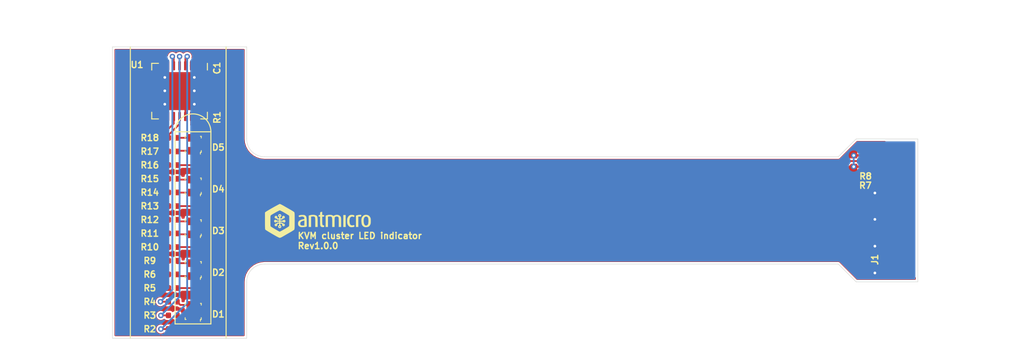
<source format=kicad_pcb>
(kicad_pcb (version 20171130) (host pcbnew 5.1.6+dfsg1-1~bpo10+1)

  (general
    (thickness 0.2)
    (drawings 28)
    (tracks 194)
    (zones 0)
    (modules 27)
    (nets 43)
  )

  (page A4)
  (layers
    (0 F.Cu signal)
    (31 B.Cu signal)
    (32 B.Adhes user)
    (33 F.Adhes user)
    (34 B.Paste user)
    (35 F.Paste user)
    (36 B.SilkS user)
    (37 F.SilkS user)
    (38 B.Mask user)
    (39 F.Mask user)
    (40 Dwgs.User user)
    (41 Cmts.User user)
    (42 Eco1.User user)
    (43 Eco2.User user)
    (44 Edge.Cuts user)
    (45 Margin user)
    (46 B.CrtYd user hide)
    (47 F.CrtYd user)
    (48 B.Fab user)
    (49 F.Fab user hide)
  )

  (setup
    (last_trace_width 0.2)
    (trace_clearance 0.2)
    (zone_clearance 0.2)
    (zone_45_only no)
    (trace_min 0.2)
    (via_size 0.6)
    (via_drill 0.3)
    (via_min_size 0.4)
    (via_min_drill 0.3)
    (uvia_size 0.3)
    (uvia_drill 0.1)
    (uvias_allowed no)
    (uvia_min_size 0.2)
    (uvia_min_drill 0.1)
    (edge_width 0.05)
    (segment_width 0.2)
    (pcb_text_width 0.3)
    (pcb_text_size 1.5 1.5)
    (mod_edge_width 0.12)
    (mod_text_size 0.7 0.7)
    (mod_text_width 0.15)
    (pad_size 1.524 1.524)
    (pad_drill 0.762)
    (pad_to_mask_clearance 0.05)
    (aux_axis_origin 0 0)
    (grid_origin 107.35 88.325)
    (visible_elements FFFFFF7F)
    (pcbplotparams
      (layerselection 0x010fc_ffffffff)
      (usegerberextensions false)
      (usegerberattributes true)
      (usegerberadvancedattributes true)
      (creategerberjobfile true)
      (excludeedgelayer true)
      (linewidth 0.100000)
      (plotframeref false)
      (viasonmask false)
      (mode 1)
      (useauxorigin false)
      (hpglpennumber 1)
      (hpglpenspeed 20)
      (hpglpendiameter 15.000000)
      (psnegative false)
      (psa4output false)
      (plotreference true)
      (plotvalue true)
      (plotinvisibletext false)
      (padsonsilk false)
      (subtractmaskfromsilk false)
      (outputformat 1)
      (mirror false)
      (drillshape 1)
      (scaleselection 1)
      (outputdirectory ""))
  )

  (net 0 "")
  (net 1 "Net-(D1-Pad1)")
  (net 2 "Net-(D2-Pad1)")
  (net 3 "Net-(D3-Pad1)")
  (net 4 "Net-(D4-Pad1)")
  (net 5 "Net-(D5-Pad1)")
  (net 6 +3V3)
  (net 7 /LED_1_B)
  (net 8 /LED_1_G)
  (net 9 /LED_1_R)
  (net 10 /LED_2_B)
  (net 11 /LED_2_G)
  (net 12 /LED_2_R)
  (net 13 /LED_3_B)
  (net 14 /LED_3_G)
  (net 15 /LED_3_R)
  (net 16 /LED_4_B)
  (net 17 /LED_4_G)
  (net 18 /LED_4_R)
  (net 19 /LED_5_B)
  (net 20 /LED_5_G)
  (net 21 /LED_5_R)
  (net 22 GND)
  (net 23 /GPIO)
  (net 24 /CLK)
  (net 25 /SDA)
  (net 26 /SCL)
  (net 27 "Net-(J1-Pad9)")
  (net 28 "Net-(J1-Pad8)")
  (net 29 "Net-(J1-Pad6)")
  (net 30 "Net-(J1-Pad5)")
  (net 31 "Net-(J1-Pad3)")
  (net 32 "Net-(J1-Pad2)")
  (net 33 "Net-(D1-Pad3)")
  (net 34 "Net-(D1-Pad2)")
  (net 35 "Net-(D2-Pad3)")
  (net 36 "Net-(D2-Pad2)")
  (net 37 "Net-(D3-Pad3)")
  (net 38 "Net-(D3-Pad2)")
  (net 39 "Net-(D4-Pad3)")
  (net 40 "Net-(D4-Pad2)")
  (net 41 "Net-(D5-Pad3)")
  (net 42 "Net-(D5-Pad2)")

  (net_class Default "This is the default net class."
    (clearance 0.2)
    (trace_width 0.2)
    (via_dia 0.6)
    (via_drill 0.3)
    (uvia_dia 0.3)
    (uvia_drill 0.1)
    (add_net +3V3)
    (add_net /CLK)
    (add_net /GPIO)
    (add_net /LED_1_B)
    (add_net /LED_1_G)
    (add_net /LED_1_R)
    (add_net /LED_2_B)
    (add_net /LED_2_G)
    (add_net /LED_2_R)
    (add_net /LED_3_B)
    (add_net /LED_3_G)
    (add_net /LED_3_R)
    (add_net /LED_4_B)
    (add_net /LED_4_G)
    (add_net /LED_4_R)
    (add_net /LED_5_B)
    (add_net /LED_5_G)
    (add_net /LED_5_R)
    (add_net /SCL)
    (add_net /SDA)
    (add_net GND)
    (add_net "Net-(D1-Pad1)")
    (add_net "Net-(D1-Pad2)")
    (add_net "Net-(D1-Pad3)")
    (add_net "Net-(D2-Pad1)")
    (add_net "Net-(D2-Pad2)")
    (add_net "Net-(D2-Pad3)")
    (add_net "Net-(D3-Pad1)")
    (add_net "Net-(D3-Pad2)")
    (add_net "Net-(D3-Pad3)")
    (add_net "Net-(D4-Pad1)")
    (add_net "Net-(D4-Pad2)")
    (add_net "Net-(D4-Pad3)")
    (add_net "Net-(D5-Pad1)")
    (add_net "Net-(D5-Pad2)")
    (add_net "Net-(D5-Pad3)")
    (add_net "Net-(J1-Pad2)")
    (add_net "Net-(J1-Pad3)")
    (add_net "Net-(J1-Pad5)")
    (add_net "Net-(J1-Pad6)")
    (add_net "Net-(J1-Pad8)")
    (add_net "Net-(J1-Pad9)")
  )

  (module antmicro-footprints:antmicro-logo_scaled_12mm_silk (layer F.Cu) (tedit 601C1755) (tstamp 601D5B6F)
    (at 120.825 78.95)
    (path /603961B1)
    (attr virtual)
    (fp_text reference N1 (at 0.6096 -2.0955) (layer F.SilkS) hide
      (effects (font (size 1.524 1.524) (thickness 0.3)))
    )
    (fp_text value antmicro_logo (at 0.9525 2.3241) (layer F.SilkS) hide
      (effects (font (size 1.524 1.524) (thickness 0.3)))
    )
    (fp_text user G*** (at 0.6096 -2.0955) (layer F.SilkS) hide
      (effects (font (size 1.524 1.524) (thickness 0.3)))
    )
    (fp_line (start -4.002 0.2168) (end -4.2306 0.2168) (layer F.SilkS) (width 0.13))
    (fp_circle (center -3.748 0.0009) (end -3.6591 0.0009) (layer F.SilkS) (width 0.13))
    (fp_line (start -4.002 -0.2404) (end -4.2306 -0.2404) (layer F.SilkS) (width 0.13))
    (fp_line (start -4.2306 -0.491612) (end -4.2306 0.4962) (layer F.SilkS) (width 0.13))
    (fp_circle (center -4.7132 -0.001888) (end -4.6243 -0.001888) (layer F.SilkS) (width 0.13))
    (fp_line (start -4.6243 -0.001888) (end -4.2687 -0.001888) (layer F.SilkS) (width 0.13))
    (fp_line (start -4.4592 -0.2404) (end -4.2306 -0.2404) (layer F.SilkS) (width 0.13))
    (fp_circle (center -4.2306 -0.6087) (end -4.113512 -0.6087) (layer F.SilkS) (width 0.13))
    (fp_circle (center -4.2306 0.607712) (end -4.113512 0.607712) (layer F.SilkS) (width 0.13))
    (fp_line (start -4.4592 0.2168) (end -4.2306 0.2168) (layer F.SilkS) (width 0.13))
    (fp_circle (center -3.8115 -0.4436) (end -3.7226 -0.4436) (layer F.SilkS) (width 0.13))
    (fp_line (start -4.4592 -0.2404) (end -4.5862 -0.3674) (layer F.SilkS) (width 0.13))
    (fp_line (start -4.002 0.2168) (end -3.875 0.3438) (layer F.SilkS) (width 0.13))
    (fp_line (start -3.8369 0.0009) (end -4.1925 0.0009) (layer F.SilkS) (width 0.13))
    (fp_circle (center -4.6497 -0.4436) (end -4.5608 -0.4436) (layer F.SilkS) (width 0.13))
    (fp_line (start -4.4592 0.2168) (end -4.5862 0.3438) (layer F.SilkS) (width 0.13))
    (fp_circle (center -4.6497 0.42) (end -4.5608 0.42) (layer F.SilkS) (width 0.13))
    (fp_line (start -4.002 -0.2404) (end -3.875 -0.3674) (layer F.SilkS) (width 0.13))
    (fp_circle (center -3.8115 0.42) (end -3.7226 0.42) (layer F.SilkS) (width 0.13))
    (fp_poly (pts (xy 2.353835 -0.671463) (xy 2.481791 -0.597705) (xy 2.560604 -0.510882) (xy 2.583038 -0.474499)
      (xy 2.599523 -0.436366) (xy 2.610972 -0.387532) (xy 2.618297 -0.319046) (xy 2.622412 -0.221957)
      (xy 2.62423 -0.087314) (xy 2.624664 0.093833) (xy 2.624666 0.117063) (xy 2.624666 0.649111)
      (xy 2.370666 0.649111) (xy 2.370666 0.139256) (xy 2.369211 -0.027774) (xy 2.365173 -0.177613)
      (xy 2.359041 -0.300155) (xy 2.351304 -0.385295) (xy 2.343523 -0.421318) (xy 2.279654 -0.486314)
      (xy 2.18576 -0.520222) (xy 2.080005 -0.52134) (xy 1.980554 -0.487966) (xy 1.940277 -0.459094)
      (xy 1.922818 -0.437862) (xy 1.909978 -0.404854) (xy 1.901068 -0.352033) (xy 1.895399 -0.271364)
      (xy 1.892283 -0.154812) (xy 1.891032 0.005661) (xy 1.890889 0.117263) (xy 1.890889 0.649111)
      (xy 1.636889 0.649111) (xy 1.636889 0.13328) (xy 1.635851 -0.069941) (xy 1.631466 -0.224087)
      (xy 1.621828 -0.336511) (xy 1.605031 -0.414566) (xy 1.579167 -0.465604) (xy 1.542331 -0.496976)
      (xy 1.492617 -0.516035) (xy 1.466907 -0.522253) (xy 1.380938 -0.529878) (xy 1.282231 -0.523978)
      (xy 1.269386 -0.522007) (xy 1.157111 -0.503039) (xy 1.157111 0.649111) (xy 0.903111 0.649111)
      (xy 0.903111 -0.619312) (xy 1.061738 -0.665426) (xy 1.206229 -0.694316) (xy 1.358943 -0.703184)
      (xy 1.503166 -0.6929) (xy 1.622187 -0.664334) (xy 1.682661 -0.633109) (xy 1.75846 -0.576517)
      (xy 1.885902 -0.641036) (xy 2.044063 -0.69541) (xy 2.203983 -0.704791) (xy 2.353835 -0.671463)) (layer F.SilkS) (width 0.01))
    (fp_poly (pts (xy 3.995988 -0.681174) (xy 4.079805 -0.646687) (xy 4.112834 -0.593642) (xy 4.09906 -0.525849)
      (xy 4.07518 -0.483054) (xy 4.044622 -0.470847) (xy 3.987524 -0.484655) (xy 3.960231 -0.493881)
      (xy 3.871606 -0.515642) (xy 3.799207 -0.507574) (xy 3.770058 -0.497054) (xy 3.68102 -0.445284)
      (xy 3.620135 -0.36893) (xy 3.582439 -0.258179) (xy 3.562967 -0.103217) (xy 3.561861 -0.085418)
      (xy 3.564343 0.106244) (xy 3.59448 0.264104) (xy 3.650464 0.381595) (xy 3.705743 0.437492)
      (xy 3.791502 0.470756) (xy 3.897763 0.477992) (xy 3.994252 0.45783) (xy 4.008226 0.451197)
      (xy 4.056432 0.439567) (xy 4.090481 0.47653) (xy 4.091037 0.477564) (xy 4.11827 0.556648)
      (xy 4.096975 0.610899) (xy 4.031566 0.64635) (xy 3.943436 0.665273) (xy 3.832485 0.67401)
      (xy 3.724179 0.67187) (xy 3.643985 0.65816) (xy 3.640666 0.65697) (xy 3.51642 0.581751)
      (xy 3.412512 0.461534) (xy 3.369565 0.383808) (xy 3.334939 0.298151) (xy 3.314349 0.211775)
      (xy 3.304549 0.1053) (xy 3.302275 -0.017944) (xy 3.304187 -0.148963) (xy 3.312696 -0.242628)
      (xy 3.331463 -0.317952) (xy 3.364148 -0.393949) (xy 3.381035 -0.427067) (xy 3.472766 -0.564557)
      (xy 3.582342 -0.651759) (xy 3.71894 -0.69387) (xy 3.859741 -0.698284) (xy 3.995988 -0.681174)) (layer F.SilkS) (width 0.01))
    (fp_poly (pts (xy -4.17787 -1.905427) (xy -4.092222 -1.868021) (xy -3.981161 -1.812363) (xy -3.856136 -1.743923)
      (xy -3.836779 -1.732832) (xy -3.694043 -1.650762) (xy -3.520649 -1.551402) (xy -3.335043 -1.445304)
      (xy -3.155669 -1.343018) (xy -3.090334 -1.30584) (xy -2.947448 -1.223019) (xy -2.819188 -1.145726)
      (xy -2.714824 -1.07978) (xy -2.643631 -1.031001) (xy -2.617611 -1.009215) (xy -2.603989 -0.989684)
      (xy -2.593108 -0.961263) (xy -2.584665 -0.91795) (xy -2.578357 -0.853741) (xy -2.57388 -0.762634)
      (xy -2.570931 -0.638626) (xy -2.569208 -0.475713) (xy -2.568406 -0.267894) (xy -2.568223 -0.031375)
      (xy -2.568605 0.229681) (xy -2.569911 0.439939) (xy -2.572376 0.60504) (xy -2.576235 0.730624)
      (xy -2.581726 0.822335) (xy -2.589083 0.885812) (xy -2.598544 0.926698) (xy -2.609249 0.949125)
      (xy -2.64591 0.980967) (xy -2.723573 1.034772) (xy -2.833847 1.105192) (xy -2.968338 1.186878)
      (xy -3.118653 1.27448) (xy -3.128981 1.280371) (xy -3.300011 1.378099) (xy -3.47522 1.478753)
      (xy -3.640617 1.57426) (xy -3.782207 1.656542) (xy -3.869672 1.707855) (xy -4.010736 1.787011)
      (xy -4.116375 1.835772) (xy -4.195956 1.858086) (xy -4.231884 1.86052) (xy -4.275517 1.852474)
      (xy -4.340529 1.828186) (xy -4.431636 1.785216) (xy -4.553556 1.721123) (xy -4.711003 1.633469)
      (xy -4.908693 1.519811) (xy -5.051778 1.436247) (xy -5.236823 1.326981) (xy -5.407894 1.224584)
      (xy -5.558358 1.133135) (xy -5.681582 1.056714) (xy -5.770933 0.999398) (xy -5.81978 0.965268)
      (xy -5.824965 0.960756) (xy -5.839533 0.943437) (xy -5.851188 0.919668) (xy -5.86025 0.883482)
      (xy -5.867037 0.828913) (xy -5.871867 0.749995) (xy -5.875059 0.64076) (xy -5.876932 0.495241)
      (xy -5.877804 0.307474) (xy -5.877993 0.07149) (xy -5.877954 -0.030904) (xy -5.277124 -0.030904)
      (xy -5.275991 0.145967) (xy -5.273079 0.304467) (xy -5.268706 0.435614) (xy -5.263192 0.530426)
      (xy -5.256857 0.579923) (xy -5.255257 0.584049) (xy -5.224268 0.609296) (xy -5.153224 0.656619)
      (xy -5.051358 0.720587) (xy -4.927906 0.795773) (xy -4.792102 0.876747) (xy -4.653181 0.958079)
      (xy -4.520376 1.034341) (xy -4.402923 1.100103) (xy -4.310055 1.149937) (xy -4.251007 1.178413)
      (xy -4.236507 1.182994) (xy -4.201073 1.170074) (xy -4.125096 1.132675) (xy -4.016603 1.075076)
      (xy -3.88362 1.001557) (xy -3.734172 0.916397) (xy -3.707031 0.900678) (xy -3.555569 0.811012)
      (xy -3.420276 0.727633) (xy -3.30909 0.6557) (xy -3.22995 0.600373) (xy -3.190793 0.56681)
      (xy -3.188802 0.563866) (xy -3.180643 0.521122) (xy -3.173737 0.432885) (xy -3.168187 0.310098)
      (xy -3.164098 0.163701) (xy -3.161571 0.004635) (xy -3.160711 -0.156159) (xy -3.161621 -0.307739)
      (xy -3.164404 -0.439165) (xy -3.169163 -0.539496) (xy -3.176003 -0.597791) (xy -3.177773 -0.603827)
      (xy -3.207476 -0.632681) (xy -3.277844 -0.682757) (xy -3.379729 -0.748734) (xy -3.503981 -0.825294)
      (xy -3.64145 -0.907117) (xy -3.782988 -0.988883) (xy -3.919444 -1.065272) (xy -4.041671 -1.130966)
      (xy -4.140517 -1.180643) (xy -4.206835 -1.208986) (xy -4.226458 -1.213555) (xy -4.266594 -1.199952)
      (xy -4.345619 -1.162689) (xy -4.453986 -1.10709) (xy -4.582147 -1.038475) (xy -4.720555 -0.962168)
      (xy -4.859663 -0.88349) (xy -4.989924 -0.807764) (xy -5.10179 -0.740311) (xy -5.185715 -0.686455)
      (xy -5.228167 -0.655153) (xy -5.244926 -0.635461) (xy -5.257433 -0.604544) (xy -5.266284 -0.554773)
      (xy -5.27208 -0.478522) (xy -5.275417 -0.368164) (xy -5.276895 -0.216073) (xy -5.277124 -0.030904)
      (xy -5.877954 -0.030904) (xy -5.877953 -0.031773) (xy -5.87742 -0.970938) (xy -5.810321 -1.024531)
      (xy -5.753569 -1.064199) (xy -5.658875 -1.124001) (xy -5.533621 -1.199767) (xy -5.38519 -1.287327)
      (xy -5.220965 -1.382509) (xy -5.048328 -1.481145) (xy -4.874663 -1.579063) (xy -4.707351 -1.672093)
      (xy -4.553776 -1.756065) (xy -4.421321 -1.826809) (xy -4.317367 -1.880154) (xy -4.249297 -1.911929)
      (xy -4.226657 -1.919111) (xy -4.17787 -1.905427)) (layer F.SilkS) (width 0.01))
    (fp_poly (pts (xy 4.835914 -0.69823) (xy 4.878346 -0.680086) (xy 4.882059 -0.670278) (xy 4.866102 -0.569606)
      (xy 4.820972 -0.517228) (xy 4.772866 -0.509256) (xy 4.684098 -0.511828) (xy 4.621389 -0.51099)
      (xy 4.543777 -0.508) (xy 4.543777 0.649111) (xy 4.289777 0.649111) (xy 4.289777 -0.618702)
      (xy 4.436011 -0.662129) (xy 4.543389 -0.686961) (xy 4.654874 -0.70142) (xy 4.756903 -0.705259)
      (xy 4.835914 -0.69823)) (layer F.SilkS) (width 0.01))
    (fp_poly (pts (xy 3.132666 0.649111) (xy 2.878666 0.649111) (xy 2.878666 -0.677333) (xy 3.132666 -0.677333)
      (xy 3.132666 0.649111)) (layer F.SilkS) (width 0.01))
    (fp_poly (pts (xy 5.591141 -0.679311) (xy 5.731863 -0.604481) (xy 5.841149 -0.486919) (xy 5.869459 -0.438198)
      (xy 5.903374 -0.36428) (xy 5.924598 -0.293484) (xy 5.935972 -0.208945) (xy 5.940335 -0.0938)
      (xy 5.940777 -0.014864) (xy 5.938712 0.125966) (xy 5.930755 0.227142) (xy 5.914267 0.30536)
      (xy 5.886607 0.377317) (xy 5.874855 0.40197) (xy 5.794645 0.529683) (xy 5.696462 0.612327)
      (xy 5.568258 0.657491) (xy 5.44752 0.671221) (xy 5.333548 0.672614) (xy 5.253224 0.660389)
      (xy 5.184565 0.630467) (xy 5.165165 0.618819) (xy 5.058082 0.53802) (xy 4.982341 0.444148)
      (xy 4.933532 0.326712) (xy 4.907244 0.17522) (xy 4.900558 0.019935) (xy 5.141081 0.019935)
      (xy 5.15797 0.168099) (xy 5.191184 0.300399) (xy 5.239236 0.403646) (xy 5.299343 0.463961)
      (xy 5.381476 0.499789) (xy 5.449399 0.500075) (xy 5.528981 0.466998) (xy 5.597047 0.4146)
      (xy 5.644127 0.334264) (xy 5.67273 0.218102) (xy 5.685365 0.058229) (xy 5.686511 -0.028222)
      (xy 5.679675 -0.203119) (xy 5.657418 -0.331393) (xy 5.61652 -0.421531) (xy 5.553759 -0.482019)
      (xy 5.504664 -0.507449) (xy 5.397851 -0.524036) (xy 5.297377 -0.490515) (xy 5.21772 -0.41263)
      (xy 5.203244 -0.387848) (xy 5.16223 -0.271227) (xy 5.142005 -0.130903) (xy 5.141081 0.019935)
      (xy 4.900558 0.019935) (xy 4.899091 -0.014111) (xy 4.900506 -0.154521) (xy 4.907812 -0.254074)
      (xy 4.923313 -0.328246) (xy 4.949314 -0.39251) (xy 4.957928 -0.409222) (xy 5.057612 -0.554896)
      (xy 5.177159 -0.649729) (xy 5.322827 -0.697662) (xy 5.428635 -0.705555) (xy 5.591141 -0.679311)) (layer F.SilkS) (width 0.01))
    (fp_poly (pts (xy 0.508 -0.677333) (xy 0.620889 -0.677333) (xy 0.693274 -0.67399) (xy 0.725452 -0.655872)
      (xy 0.733599 -0.610847) (xy 0.733777 -0.592667) (xy 0.729319 -0.538378) (xy 0.705162 -0.514244)
      (xy 0.645129 -0.508134) (xy 0.620889 -0.508) (xy 0.508 -0.508) (xy 0.508 -0.076835)
      (xy 0.510008 0.11636) (xy 0.517341 0.260103) (xy 0.531963 0.361286) (xy 0.555838 0.4268)
      (xy 0.59093 0.46354) (xy 0.639204 0.478395) (xy 0.66661 0.479778) (xy 0.714622 0.486606)
      (xy 0.73072 0.518429) (xy 0.72851 0.5715) (xy 0.716201 0.633977) (xy 0.683246 0.661231)
      (xy 0.620889 0.669864) (xy 0.524586 0.663176) (xy 0.43676 0.638627) (xy 0.38477 0.609991)
      (xy 0.345766 0.571313) (xy 0.31794 0.51477) (xy 0.299482 0.432542) (xy 0.288583 0.316807)
      (xy 0.283435 0.159744) (xy 0.282222 -0.02955) (xy 0.282222 -0.508) (xy 0.197555 -0.508)
      (xy 0.137586 -0.514993) (xy 0.115482 -0.54798) (xy 0.112889 -0.592667) (xy 0.119882 -0.652636)
      (xy 0.152868 -0.674739) (xy 0.197555 -0.677333) (xy 0.24615 -0.679991) (xy 0.271326 -0.697275)
      (xy 0.280782 -0.743155) (xy 0.282222 -0.83089) (xy 0.284167 -0.925112) (xy 0.297034 -0.978482)
      (xy 0.33137 -1.00659) (xy 0.397724 -1.025026) (xy 0.416277 -1.029035) (xy 0.508 -1.048707)
      (xy 0.508 -0.677333)) (layer F.SilkS) (width 0.01))
    (fp_poly (pts (xy -0.340227 -0.689303) (xy -0.207612 -0.651219) (xy -0.206483 -0.650709) (xy -0.140818 -0.617364)
      (xy -0.090709 -0.579519) (xy -0.05407 -0.529485) (xy -0.028821 -0.459572) (xy -0.012876 -0.36209)
      (xy -0.004153 -0.229348) (xy -0.000569 -0.053658) (xy 0 0.111487) (xy 0 0.649111)
      (xy -0.254 0.649111) (xy -0.254 0.13328) (xy -0.255038 -0.069941) (xy -0.259423 -0.224087)
      (xy -0.269061 -0.336511) (xy -0.285858 -0.414566) (xy -0.311722 -0.465604) (xy -0.348557 -0.496976)
      (xy -0.398272 -0.516035) (xy -0.423982 -0.522253) (xy -0.509951 -0.529878) (xy -0.608658 -0.523978)
      (xy -0.621502 -0.522007) (xy -0.733778 -0.503039) (xy -0.733778 0.649111) (xy -0.987778 0.649111)
      (xy -0.987778 -0.618702) (xy -0.841545 -0.662129) (xy -0.67766 -0.695126) (xy -0.503732 -0.704062)
      (xy -0.340227 -0.689303)) (layer F.SilkS) (width 0.01))
    (fp_poly (pts (xy -1.577696 -0.688754) (xy -1.493207 -0.678657) (xy -1.432992 -0.658113) (xy -1.392014 -0.632462)
      (xy -1.3372 -0.587142) (xy -1.295877 -0.537593) (xy -1.265958 -0.475177) (xy -1.245357 -0.391259)
      (xy -1.231988 -0.277203) (xy -1.223765 -0.124373) (xy -1.218601 0.075868) (xy -1.218406 0.086187)
      (xy -1.209146 0.581597) (xy -1.288962 0.619849) (xy -1.353281 0.638498) (xy -1.455591 0.655069)
      (xy -1.577444 0.666828) (xy -1.622778 0.669366) (xy -1.757258 0.672808) (xy -1.851446 0.667761)
      (xy -1.921094 0.65244) (xy -1.97355 0.629593) (xy -2.091262 0.544579) (xy -2.160708 0.435378)
      (xy -2.186757 0.293754) (xy -2.186889 0.286454) (xy -1.947334 0.286454) (xy -1.925601 0.392586)
      (xy -1.860236 0.463286) (xy -1.75099 0.498726) (xy -1.638553 0.502192) (xy -1.481667 0.493889)
      (xy -1.465643 -0.079097) (xy -1.582453 -0.052851) (xy -1.747416 -0.000113) (xy -1.861591 0.073699)
      (xy -1.927401 0.170842) (xy -1.947334 0.286454) (xy -2.186889 0.286454) (xy -2.187223 0.268111)
      (xy -2.163888 0.121675) (xy -2.093127 0.001607) (xy -1.973807 -0.093071) (xy -1.804794 -0.163337)
      (xy -1.643945 -0.200745) (xy -1.547505 -0.219802) (xy -1.494388 -0.238691) (xy -1.471956 -0.264609)
      (xy -1.467556 -0.301204) (xy -1.490405 -0.406882) (xy -1.555638 -0.479549) (xy -1.658282 -0.516908)
      (xy -1.793363 -0.516664) (xy -1.890889 -0.496711) (xy -1.980644 -0.474259) (xy -2.032751 -0.468939)
      (xy -2.063457 -0.481101) (xy -2.081389 -0.500822) (xy -2.110822 -0.554454) (xy -2.116667 -0.580526)
      (xy -2.090035 -0.620755) (xy -2.016144 -0.654078) (xy -1.903999 -0.678082) (xy -1.762605 -0.690357)
      (xy -1.702459 -0.691444) (xy -1.577696 -0.688754)) (layer F.SilkS) (width 0.01))
  )

  (module antmicro-footprints:0402-res (layer F.Cu) (tedit 5FD9C158) (tstamp 601C696D)
    (at 104.64 69.625)
    (descr "Resistor SMD 0402 (1005 Metric), square (rectangular) end terminal, IPC_7351 nominal, (Body size source: http://www.tortai-tech.com/upload/download/2011102023233369053.pdf), generated with kicad-footprint-generator")
    (tags resistor)
    (path /602D7CA4)
    (attr smd)
    (fp_text reference R18 (at -2.57 0) (layer F.SilkS)
      (effects (font (size 0.7 0.7) (thickness 0.15)))
    )
    (fp_text value R_49R9_0402 (at 0 1.17) (layer F.Fab)
      (effects (font (size 1 1) (thickness 0.15)))
    )
    (fp_text user %R (at 0 0) (layer F.Fab)
      (effects (font (size 0.25 0.25) (thickness 0.04)))
    )
    (fp_line (start 0.93 0.47) (end -0.93 0.47) (layer F.CrtYd) (width 0.05))
    (fp_line (start 0.93 -0.47) (end 0.93 0.47) (layer F.CrtYd) (width 0.05))
    (fp_line (start -0.93 -0.47) (end 0.93 -0.47) (layer F.CrtYd) (width 0.05))
    (fp_line (start -0.93 0.47) (end -0.93 -0.47) (layer F.CrtYd) (width 0.05))
    (fp_line (start 0.5 0.25) (end -0.5 0.25) (layer F.Fab) (width 0.1))
    (fp_line (start 0.5 -0.25) (end 0.5 0.25) (layer F.Fab) (width 0.1))
    (fp_line (start -0.5 -0.25) (end 0.5 -0.25) (layer F.Fab) (width 0.1))
    (fp_line (start -0.5 0.25) (end -0.5 -0.25) (layer F.Fab) (width 0.1))
    (pad 2 smd roundrect (at 0.485 0) (size 0.59 0.64) (layers F.Cu F.Paste F.Mask) (roundrect_rratio 0.25)
      (net 41 "Net-(D5-Pad3)"))
    (pad 1 smd roundrect (at -0.485 0) (size 0.59 0.64) (layers F.Cu F.Paste F.Mask) (roundrect_rratio 0.25)
      (net 19 /LED_5_B))
    (model ${ANT3DMDL}/0402-res.step
      (offset (xyz 0 0 -0.01))
      (scale (xyz 1 1 1))
      (rotate (xyz 0 0 0))
    )
  )

  (module antmicro-footprints:0402-res (layer F.Cu) (tedit 5FD9C158) (tstamp 601C695E)
    (at 104.64 71.153571)
    (descr "Resistor SMD 0402 (1005 Metric), square (rectangular) end terminal, IPC_7351 nominal, (Body size source: http://www.tortai-tech.com/upload/download/2011102023233369053.pdf), generated with kicad-footprint-generator")
    (tags resistor)
    (path /602D7429)
    (attr smd)
    (fp_text reference R17 (at -2.57 0) (layer F.SilkS)
      (effects (font (size 0.7 0.7) (thickness 0.15)))
    )
    (fp_text value R_49R9_0402 (at 0 1.17) (layer F.Fab)
      (effects (font (size 1 1) (thickness 0.15)))
    )
    (fp_text user %R (at 0 0) (layer F.Fab)
      (effects (font (size 0.25 0.25) (thickness 0.04)))
    )
    (fp_line (start 0.93 0.47) (end -0.93 0.47) (layer F.CrtYd) (width 0.05))
    (fp_line (start 0.93 -0.47) (end 0.93 0.47) (layer F.CrtYd) (width 0.05))
    (fp_line (start -0.93 -0.47) (end 0.93 -0.47) (layer F.CrtYd) (width 0.05))
    (fp_line (start -0.93 0.47) (end -0.93 -0.47) (layer F.CrtYd) (width 0.05))
    (fp_line (start 0.5 0.25) (end -0.5 0.25) (layer F.Fab) (width 0.1))
    (fp_line (start 0.5 -0.25) (end 0.5 0.25) (layer F.Fab) (width 0.1))
    (fp_line (start -0.5 -0.25) (end 0.5 -0.25) (layer F.Fab) (width 0.1))
    (fp_line (start -0.5 0.25) (end -0.5 -0.25) (layer F.Fab) (width 0.1))
    (pad 2 smd roundrect (at 0.485 0) (size 0.59 0.64) (layers F.Cu F.Paste F.Mask) (roundrect_rratio 0.25)
      (net 42 "Net-(D5-Pad2)"))
    (pad 1 smd roundrect (at -0.485 0) (size 0.59 0.64) (layers F.Cu F.Paste F.Mask) (roundrect_rratio 0.25)
      (net 20 /LED_5_G))
    (model ${ANT3DMDL}/0402-res.step
      (offset (xyz 0 0 -0.01))
      (scale (xyz 1 1 1))
      (rotate (xyz 0 0 0))
    )
  )

  (module antmicro-footprints:0402-res (layer F.Cu) (tedit 5FD9C158) (tstamp 601C694F)
    (at 104.64 72.682142)
    (descr "Resistor SMD 0402 (1005 Metric), square (rectangular) end terminal, IPC_7351 nominal, (Body size source: http://www.tortai-tech.com/upload/download/2011102023233369053.pdf), generated with kicad-footprint-generator")
    (tags resistor)
    (path /602CD122)
    (attr smd)
    (fp_text reference R16 (at -2.57 0) (layer F.SilkS)
      (effects (font (size 0.7 0.7) (thickness 0.15)))
    )
    (fp_text value R_100R_0402 (at 0 1.17) (layer F.Fab)
      (effects (font (size 1 1) (thickness 0.15)))
    )
    (fp_text user %R (at 0 0) (layer F.Fab)
      (effects (font (size 0.25 0.25) (thickness 0.04)))
    )
    (fp_line (start 0.93 0.47) (end -0.93 0.47) (layer F.CrtYd) (width 0.05))
    (fp_line (start 0.93 -0.47) (end 0.93 0.47) (layer F.CrtYd) (width 0.05))
    (fp_line (start -0.93 -0.47) (end 0.93 -0.47) (layer F.CrtYd) (width 0.05))
    (fp_line (start -0.93 0.47) (end -0.93 -0.47) (layer F.CrtYd) (width 0.05))
    (fp_line (start 0.5 0.25) (end -0.5 0.25) (layer F.Fab) (width 0.1))
    (fp_line (start 0.5 -0.25) (end 0.5 0.25) (layer F.Fab) (width 0.1))
    (fp_line (start -0.5 -0.25) (end 0.5 -0.25) (layer F.Fab) (width 0.1))
    (fp_line (start -0.5 0.25) (end -0.5 -0.25) (layer F.Fab) (width 0.1))
    (pad 2 smd roundrect (at 0.485 0) (size 0.59 0.64) (layers F.Cu F.Paste F.Mask) (roundrect_rratio 0.25)
      (net 5 "Net-(D5-Pad1)"))
    (pad 1 smd roundrect (at -0.485 0) (size 0.59 0.64) (layers F.Cu F.Paste F.Mask) (roundrect_rratio 0.25)
      (net 21 /LED_5_R))
    (model ${ANT3DMDL}/0402-res.step
      (offset (xyz 0 0 -0.01))
      (scale (xyz 1 1 1))
      (rotate (xyz 0 0 0))
    )
  )

  (module antmicro-footprints:0402-res (layer F.Cu) (tedit 5FD9C158) (tstamp 601C6940)
    (at 104.64 74.210713)
    (descr "Resistor SMD 0402 (1005 Metric), square (rectangular) end terminal, IPC_7351 nominal, (Body size source: http://www.tortai-tech.com/upload/download/2011102023233369053.pdf), generated with kicad-footprint-generator")
    (tags resistor)
    (path /602D6ECA)
    (attr smd)
    (fp_text reference R15 (at -2.57 0) (layer F.SilkS)
      (effects (font (size 0.7 0.7) (thickness 0.15)))
    )
    (fp_text value R_49R9_0402 (at 0 1.17) (layer F.Fab)
      (effects (font (size 1 1) (thickness 0.15)))
    )
    (fp_text user %R (at 0 0) (layer F.Fab)
      (effects (font (size 0.25 0.25) (thickness 0.04)))
    )
    (fp_line (start 0.93 0.47) (end -0.93 0.47) (layer F.CrtYd) (width 0.05))
    (fp_line (start 0.93 -0.47) (end 0.93 0.47) (layer F.CrtYd) (width 0.05))
    (fp_line (start -0.93 -0.47) (end 0.93 -0.47) (layer F.CrtYd) (width 0.05))
    (fp_line (start -0.93 0.47) (end -0.93 -0.47) (layer F.CrtYd) (width 0.05))
    (fp_line (start 0.5 0.25) (end -0.5 0.25) (layer F.Fab) (width 0.1))
    (fp_line (start 0.5 -0.25) (end 0.5 0.25) (layer F.Fab) (width 0.1))
    (fp_line (start -0.5 -0.25) (end 0.5 -0.25) (layer F.Fab) (width 0.1))
    (fp_line (start -0.5 0.25) (end -0.5 -0.25) (layer F.Fab) (width 0.1))
    (pad 2 smd roundrect (at 0.485 0) (size 0.59 0.64) (layers F.Cu F.Paste F.Mask) (roundrect_rratio 0.25)
      (net 39 "Net-(D4-Pad3)"))
    (pad 1 smd roundrect (at -0.485 0) (size 0.59 0.64) (layers F.Cu F.Paste F.Mask) (roundrect_rratio 0.25)
      (net 16 /LED_4_B))
    (model ${ANT3DMDL}/0402-res.step
      (offset (xyz 0 0 -0.01))
      (scale (xyz 1 1 1))
      (rotate (xyz 0 0 0))
    )
  )

  (module antmicro-footprints:0402-res (layer F.Cu) (tedit 5FD9C158) (tstamp 601C6931)
    (at 104.64 75.739284)
    (descr "Resistor SMD 0402 (1005 Metric), square (rectangular) end terminal, IPC_7351 nominal, (Body size source: http://www.tortai-tech.com/upload/download/2011102023233369053.pdf), generated with kicad-footprint-generator")
    (tags resistor)
    (path /602D695F)
    (attr smd)
    (fp_text reference R14 (at -2.57 0) (layer F.SilkS)
      (effects (font (size 0.7 0.7) (thickness 0.15)))
    )
    (fp_text value R_49R9_0402 (at 0 1.17) (layer F.Fab)
      (effects (font (size 1 1) (thickness 0.15)))
    )
    (fp_text user %R (at 0 0) (layer F.Fab)
      (effects (font (size 0.25 0.25) (thickness 0.04)))
    )
    (fp_line (start 0.93 0.47) (end -0.93 0.47) (layer F.CrtYd) (width 0.05))
    (fp_line (start 0.93 -0.47) (end 0.93 0.47) (layer F.CrtYd) (width 0.05))
    (fp_line (start -0.93 -0.47) (end 0.93 -0.47) (layer F.CrtYd) (width 0.05))
    (fp_line (start -0.93 0.47) (end -0.93 -0.47) (layer F.CrtYd) (width 0.05))
    (fp_line (start 0.5 0.25) (end -0.5 0.25) (layer F.Fab) (width 0.1))
    (fp_line (start 0.5 -0.25) (end 0.5 0.25) (layer F.Fab) (width 0.1))
    (fp_line (start -0.5 -0.25) (end 0.5 -0.25) (layer F.Fab) (width 0.1))
    (fp_line (start -0.5 0.25) (end -0.5 -0.25) (layer F.Fab) (width 0.1))
    (pad 2 smd roundrect (at 0.485 0) (size 0.59 0.64) (layers F.Cu F.Paste F.Mask) (roundrect_rratio 0.25)
      (net 40 "Net-(D4-Pad2)"))
    (pad 1 smd roundrect (at -0.485 0) (size 0.59 0.64) (layers F.Cu F.Paste F.Mask) (roundrect_rratio 0.25)
      (net 17 /LED_4_G))
    (model ${ANT3DMDL}/0402-res.step
      (offset (xyz 0 0 -0.01))
      (scale (xyz 1 1 1))
      (rotate (xyz 0 0 0))
    )
  )

  (module antmicro-footprints:0402-res (layer F.Cu) (tedit 5FD9C158) (tstamp 601C6922)
    (at 104.64 77.267855)
    (descr "Resistor SMD 0402 (1005 Metric), square (rectangular) end terminal, IPC_7351 nominal, (Body size source: http://www.tortai-tech.com/upload/download/2011102023233369053.pdf), generated with kicad-footprint-generator")
    (tags resistor)
    (path /602CC251)
    (attr smd)
    (fp_text reference R13 (at -2.57 0) (layer F.SilkS)
      (effects (font (size 0.7 0.7) (thickness 0.15)))
    )
    (fp_text value R_100R_0402 (at 0 1.17) (layer F.Fab)
      (effects (font (size 1 1) (thickness 0.15)))
    )
    (fp_text user %R (at 0 0) (layer F.Fab)
      (effects (font (size 0.25 0.25) (thickness 0.04)))
    )
    (fp_line (start 0.93 0.47) (end -0.93 0.47) (layer F.CrtYd) (width 0.05))
    (fp_line (start 0.93 -0.47) (end 0.93 0.47) (layer F.CrtYd) (width 0.05))
    (fp_line (start -0.93 -0.47) (end 0.93 -0.47) (layer F.CrtYd) (width 0.05))
    (fp_line (start -0.93 0.47) (end -0.93 -0.47) (layer F.CrtYd) (width 0.05))
    (fp_line (start 0.5 0.25) (end -0.5 0.25) (layer F.Fab) (width 0.1))
    (fp_line (start 0.5 -0.25) (end 0.5 0.25) (layer F.Fab) (width 0.1))
    (fp_line (start -0.5 -0.25) (end 0.5 -0.25) (layer F.Fab) (width 0.1))
    (fp_line (start -0.5 0.25) (end -0.5 -0.25) (layer F.Fab) (width 0.1))
    (pad 2 smd roundrect (at 0.485 0) (size 0.59 0.64) (layers F.Cu F.Paste F.Mask) (roundrect_rratio 0.25)
      (net 4 "Net-(D4-Pad1)"))
    (pad 1 smd roundrect (at -0.485 0) (size 0.59 0.64) (layers F.Cu F.Paste F.Mask) (roundrect_rratio 0.25)
      (net 18 /LED_4_R))
    (model ${ANT3DMDL}/0402-res.step
      (offset (xyz 0 0 -0.01))
      (scale (xyz 1 1 1))
      (rotate (xyz 0 0 0))
    )
  )

  (module antmicro-footprints:0402-res (layer F.Cu) (tedit 5FD9C158) (tstamp 601C6913)
    (at 104.64 78.796426)
    (descr "Resistor SMD 0402 (1005 Metric), square (rectangular) end terminal, IPC_7351 nominal, (Body size source: http://www.tortai-tech.com/upload/download/2011102023233369053.pdf), generated with kicad-footprint-generator")
    (tags resistor)
    (path /602D5304)
    (attr smd)
    (fp_text reference R12 (at -2.57 0) (layer F.SilkS)
      (effects (font (size 0.7 0.7) (thickness 0.15)))
    )
    (fp_text value R_49R9_0402 (at 0 1.17) (layer F.Fab)
      (effects (font (size 1 1) (thickness 0.15)))
    )
    (fp_text user %R (at 0 0) (layer F.Fab)
      (effects (font (size 0.25 0.25) (thickness 0.04)))
    )
    (fp_line (start 0.93 0.47) (end -0.93 0.47) (layer F.CrtYd) (width 0.05))
    (fp_line (start 0.93 -0.47) (end 0.93 0.47) (layer F.CrtYd) (width 0.05))
    (fp_line (start -0.93 -0.47) (end 0.93 -0.47) (layer F.CrtYd) (width 0.05))
    (fp_line (start -0.93 0.47) (end -0.93 -0.47) (layer F.CrtYd) (width 0.05))
    (fp_line (start 0.5 0.25) (end -0.5 0.25) (layer F.Fab) (width 0.1))
    (fp_line (start 0.5 -0.25) (end 0.5 0.25) (layer F.Fab) (width 0.1))
    (fp_line (start -0.5 -0.25) (end 0.5 -0.25) (layer F.Fab) (width 0.1))
    (fp_line (start -0.5 0.25) (end -0.5 -0.25) (layer F.Fab) (width 0.1))
    (pad 2 smd roundrect (at 0.485 0) (size 0.59 0.64) (layers F.Cu F.Paste F.Mask) (roundrect_rratio 0.25)
      (net 37 "Net-(D3-Pad3)"))
    (pad 1 smd roundrect (at -0.485 0) (size 0.59 0.64) (layers F.Cu F.Paste F.Mask) (roundrect_rratio 0.25)
      (net 13 /LED_3_B))
    (model ${ANT3DMDL}/0402-res.step
      (offset (xyz 0 0 -0.01))
      (scale (xyz 1 1 1))
      (rotate (xyz 0 0 0))
    )
  )

  (module antmicro-footprints:0402-res (layer F.Cu) (tedit 5FD9C158) (tstamp 601C6904)
    (at 104.64 80.324997)
    (descr "Resistor SMD 0402 (1005 Metric), square (rectangular) end terminal, IPC_7351 nominal, (Body size source: http://www.tortai-tech.com/upload/download/2011102023233369053.pdf), generated with kicad-footprint-generator")
    (tags resistor)
    (path /602D4E1B)
    (attr smd)
    (fp_text reference R11 (at -2.57 0) (layer F.SilkS)
      (effects (font (size 0.7 0.7) (thickness 0.15)))
    )
    (fp_text value R_49R9_0402 (at 0 1.17) (layer F.Fab)
      (effects (font (size 1 1) (thickness 0.15)))
    )
    (fp_text user %R (at 0 0) (layer F.Fab)
      (effects (font (size 0.25 0.25) (thickness 0.04)))
    )
    (fp_line (start 0.93 0.47) (end -0.93 0.47) (layer F.CrtYd) (width 0.05))
    (fp_line (start 0.93 -0.47) (end 0.93 0.47) (layer F.CrtYd) (width 0.05))
    (fp_line (start -0.93 -0.47) (end 0.93 -0.47) (layer F.CrtYd) (width 0.05))
    (fp_line (start -0.93 0.47) (end -0.93 -0.47) (layer F.CrtYd) (width 0.05))
    (fp_line (start 0.5 0.25) (end -0.5 0.25) (layer F.Fab) (width 0.1))
    (fp_line (start 0.5 -0.25) (end 0.5 0.25) (layer F.Fab) (width 0.1))
    (fp_line (start -0.5 -0.25) (end 0.5 -0.25) (layer F.Fab) (width 0.1))
    (fp_line (start -0.5 0.25) (end -0.5 -0.25) (layer F.Fab) (width 0.1))
    (pad 2 smd roundrect (at 0.485 0) (size 0.59 0.64) (layers F.Cu F.Paste F.Mask) (roundrect_rratio 0.25)
      (net 38 "Net-(D3-Pad2)"))
    (pad 1 smd roundrect (at -0.485 0) (size 0.59 0.64) (layers F.Cu F.Paste F.Mask) (roundrect_rratio 0.25)
      (net 14 /LED_3_G))
    (model ${ANT3DMDL}/0402-res.step
      (offset (xyz 0 0 -0.01))
      (scale (xyz 1 1 1))
      (rotate (xyz 0 0 0))
    )
  )

  (module antmicro-footprints:0402-res (layer F.Cu) (tedit 5FD9C158) (tstamp 601C68F5)
    (at 104.64 81.853568)
    (descr "Resistor SMD 0402 (1005 Metric), square (rectangular) end terminal, IPC_7351 nominal, (Body size source: http://www.tortai-tech.com/upload/download/2011102023233369053.pdf), generated with kicad-footprint-generator")
    (tags resistor)
    (path /602CBDBA)
    (attr smd)
    (fp_text reference R10 (at -2.57 0) (layer F.SilkS)
      (effects (font (size 0.7 0.7) (thickness 0.15)))
    )
    (fp_text value R_100R_0402 (at 0 1.17) (layer F.Fab)
      (effects (font (size 1 1) (thickness 0.15)))
    )
    (fp_text user %R (at 0 0) (layer F.Fab)
      (effects (font (size 0.25 0.25) (thickness 0.04)))
    )
    (fp_line (start 0.93 0.47) (end -0.93 0.47) (layer F.CrtYd) (width 0.05))
    (fp_line (start 0.93 -0.47) (end 0.93 0.47) (layer F.CrtYd) (width 0.05))
    (fp_line (start -0.93 -0.47) (end 0.93 -0.47) (layer F.CrtYd) (width 0.05))
    (fp_line (start -0.93 0.47) (end -0.93 -0.47) (layer F.CrtYd) (width 0.05))
    (fp_line (start 0.5 0.25) (end -0.5 0.25) (layer F.Fab) (width 0.1))
    (fp_line (start 0.5 -0.25) (end 0.5 0.25) (layer F.Fab) (width 0.1))
    (fp_line (start -0.5 -0.25) (end 0.5 -0.25) (layer F.Fab) (width 0.1))
    (fp_line (start -0.5 0.25) (end -0.5 -0.25) (layer F.Fab) (width 0.1))
    (pad 2 smd roundrect (at 0.485 0) (size 0.59 0.64) (layers F.Cu F.Paste F.Mask) (roundrect_rratio 0.25)
      (net 3 "Net-(D3-Pad1)"))
    (pad 1 smd roundrect (at -0.485 0) (size 0.59 0.64) (layers F.Cu F.Paste F.Mask) (roundrect_rratio 0.25)
      (net 15 /LED_3_R))
    (model ${ANT3DMDL}/0402-res.step
      (offset (xyz 0 0 -0.01))
      (scale (xyz 1 1 1))
      (rotate (xyz 0 0 0))
    )
  )

  (module antmicro-footprints:0402-res (layer F.Cu) (tedit 5FD9C158) (tstamp 601C68E6)
    (at 104.64 83.382139)
    (descr "Resistor SMD 0402 (1005 Metric), square (rectangular) end terminal, IPC_7351 nominal, (Body size source: http://www.tortai-tech.com/upload/download/2011102023233369053.pdf), generated with kicad-footprint-generator")
    (tags resistor)
    (path /602D4956)
    (attr smd)
    (fp_text reference R9 (at -2.57 0) (layer F.SilkS)
      (effects (font (size 0.7 0.7) (thickness 0.15)))
    )
    (fp_text value R_49R9_0402 (at 0 1.17) (layer F.Fab)
      (effects (font (size 1 1) (thickness 0.15)))
    )
    (fp_text user %R (at 0 0) (layer F.Fab)
      (effects (font (size 0.25 0.25) (thickness 0.04)))
    )
    (fp_line (start 0.93 0.47) (end -0.93 0.47) (layer F.CrtYd) (width 0.05))
    (fp_line (start 0.93 -0.47) (end 0.93 0.47) (layer F.CrtYd) (width 0.05))
    (fp_line (start -0.93 -0.47) (end 0.93 -0.47) (layer F.CrtYd) (width 0.05))
    (fp_line (start -0.93 0.47) (end -0.93 -0.47) (layer F.CrtYd) (width 0.05))
    (fp_line (start 0.5 0.25) (end -0.5 0.25) (layer F.Fab) (width 0.1))
    (fp_line (start 0.5 -0.25) (end 0.5 0.25) (layer F.Fab) (width 0.1))
    (fp_line (start -0.5 -0.25) (end 0.5 -0.25) (layer F.Fab) (width 0.1))
    (fp_line (start -0.5 0.25) (end -0.5 -0.25) (layer F.Fab) (width 0.1))
    (pad 2 smd roundrect (at 0.485 0) (size 0.59 0.64) (layers F.Cu F.Paste F.Mask) (roundrect_rratio 0.25)
      (net 35 "Net-(D2-Pad3)"))
    (pad 1 smd roundrect (at -0.485 0) (size 0.59 0.64) (layers F.Cu F.Paste F.Mask) (roundrect_rratio 0.25)
      (net 10 /LED_2_B))
    (model ${ANT3DMDL}/0402-res.step
      (offset (xyz 0 0 -0.01))
      (scale (xyz 1 1 1))
      (rotate (xyz 0 0 0))
    )
  )

  (module antmicro-footprints:0402-res (layer F.Cu) (tedit 5FD9C158) (tstamp 601C689F)
    (at 104.64 84.91071)
    (descr "Resistor SMD 0402 (1005 Metric), square (rectangular) end terminal, IPC_7351 nominal, (Body size source: http://www.tortai-tech.com/upload/download/2011102023233369053.pdf), generated with kicad-footprint-generator")
    (tags resistor)
    (path /602D1D22)
    (attr smd)
    (fp_text reference R6 (at -2.57 0) (layer F.SilkS)
      (effects (font (size 0.7 0.7) (thickness 0.15)))
    )
    (fp_text value R_49R9_0402 (at 0 1.17) (layer F.Fab)
      (effects (font (size 1 1) (thickness 0.15)))
    )
    (fp_text user %R (at 0 0) (layer F.Fab)
      (effects (font (size 0.25 0.25) (thickness 0.04)))
    )
    (fp_line (start 0.93 0.47) (end -0.93 0.47) (layer F.CrtYd) (width 0.05))
    (fp_line (start 0.93 -0.47) (end 0.93 0.47) (layer F.CrtYd) (width 0.05))
    (fp_line (start -0.93 -0.47) (end 0.93 -0.47) (layer F.CrtYd) (width 0.05))
    (fp_line (start -0.93 0.47) (end -0.93 -0.47) (layer F.CrtYd) (width 0.05))
    (fp_line (start 0.5 0.25) (end -0.5 0.25) (layer F.Fab) (width 0.1))
    (fp_line (start 0.5 -0.25) (end 0.5 0.25) (layer F.Fab) (width 0.1))
    (fp_line (start -0.5 -0.25) (end 0.5 -0.25) (layer F.Fab) (width 0.1))
    (fp_line (start -0.5 0.25) (end -0.5 -0.25) (layer F.Fab) (width 0.1))
    (pad 2 smd roundrect (at 0.485 0) (size 0.59 0.64) (layers F.Cu F.Paste F.Mask) (roundrect_rratio 0.25)
      (net 36 "Net-(D2-Pad2)"))
    (pad 1 smd roundrect (at -0.485 0) (size 0.59 0.64) (layers F.Cu F.Paste F.Mask) (roundrect_rratio 0.25)
      (net 11 /LED_2_G))
    (model ${ANT3DMDL}/0402-res.step
      (offset (xyz 0 0 -0.01))
      (scale (xyz 1 1 1))
      (rotate (xyz 0 0 0))
    )
  )

  (module antmicro-footprints:0402-res (layer F.Cu) (tedit 5FD9C158) (tstamp 601C6890)
    (at 104.64 86.439281)
    (descr "Resistor SMD 0402 (1005 Metric), square (rectangular) end terminal, IPC_7351 nominal, (Body size source: http://www.tortai-tech.com/upload/download/2011102023233369053.pdf), generated with kicad-footprint-generator")
    (tags resistor)
    (path /602CB947)
    (attr smd)
    (fp_text reference R5 (at -2.57 0) (layer F.SilkS)
      (effects (font (size 0.7 0.7) (thickness 0.15)))
    )
    (fp_text value R_100R_0402 (at 0 1.17) (layer F.Fab)
      (effects (font (size 1 1) (thickness 0.15)))
    )
    (fp_text user %R (at 0 0) (layer F.Fab)
      (effects (font (size 0.25 0.25) (thickness 0.04)))
    )
    (fp_line (start 0.93 0.47) (end -0.93 0.47) (layer F.CrtYd) (width 0.05))
    (fp_line (start 0.93 -0.47) (end 0.93 0.47) (layer F.CrtYd) (width 0.05))
    (fp_line (start -0.93 -0.47) (end 0.93 -0.47) (layer F.CrtYd) (width 0.05))
    (fp_line (start -0.93 0.47) (end -0.93 -0.47) (layer F.CrtYd) (width 0.05))
    (fp_line (start 0.5 0.25) (end -0.5 0.25) (layer F.Fab) (width 0.1))
    (fp_line (start 0.5 -0.25) (end 0.5 0.25) (layer F.Fab) (width 0.1))
    (fp_line (start -0.5 -0.25) (end 0.5 -0.25) (layer F.Fab) (width 0.1))
    (fp_line (start -0.5 0.25) (end -0.5 -0.25) (layer F.Fab) (width 0.1))
    (pad 2 smd roundrect (at 0.485 0) (size 0.59 0.64) (layers F.Cu F.Paste F.Mask) (roundrect_rratio 0.25)
      (net 2 "Net-(D2-Pad1)"))
    (pad 1 smd roundrect (at -0.485 0) (size 0.59 0.64) (layers F.Cu F.Paste F.Mask) (roundrect_rratio 0.25)
      (net 12 /LED_2_R))
    (model ${ANT3DMDL}/0402-res.step
      (offset (xyz 0 0 -0.01))
      (scale (xyz 1 1 1))
      (rotate (xyz 0 0 0))
    )
  )

  (module antmicro-footprints:0402-res (layer F.Cu) (tedit 5FD9C158) (tstamp 601C6881)
    (at 104.64 87.967852)
    (descr "Resistor SMD 0402 (1005 Metric), square (rectangular) end terminal, IPC_7351 nominal, (Body size source: http://www.tortai-tech.com/upload/download/2011102023233369053.pdf), generated with kicad-footprint-generator")
    (tags resistor)
    (path /602CDC73)
    (attr smd)
    (fp_text reference R4 (at -2.57 0) (layer F.SilkS)
      (effects (font (size 0.7 0.7) (thickness 0.15)))
    )
    (fp_text value R_49R9_0402 (at 0.02 1.26) (layer F.Fab)
      (effects (font (size 1 1) (thickness 0.15)))
    )
    (fp_text user %R (at 0 0) (layer F.Fab)
      (effects (font (size 0.25 0.25) (thickness 0.04)))
    )
    (fp_line (start 0.93 0.47) (end -0.93 0.47) (layer F.CrtYd) (width 0.05))
    (fp_line (start 0.93 -0.47) (end 0.93 0.47) (layer F.CrtYd) (width 0.05))
    (fp_line (start -0.93 -0.47) (end 0.93 -0.47) (layer F.CrtYd) (width 0.05))
    (fp_line (start -0.93 0.47) (end -0.93 -0.47) (layer F.CrtYd) (width 0.05))
    (fp_line (start 0.5 0.25) (end -0.5 0.25) (layer F.Fab) (width 0.1))
    (fp_line (start 0.5 -0.25) (end 0.5 0.25) (layer F.Fab) (width 0.1))
    (fp_line (start -0.5 -0.25) (end 0.5 -0.25) (layer F.Fab) (width 0.1))
    (fp_line (start -0.5 0.25) (end -0.5 -0.25) (layer F.Fab) (width 0.1))
    (pad 2 smd roundrect (at 0.485 0) (size 0.59 0.64) (layers F.Cu F.Paste F.Mask) (roundrect_rratio 0.25)
      (net 33 "Net-(D1-Pad3)"))
    (pad 1 smd roundrect (at -0.485 0) (size 0.59 0.64) (layers F.Cu F.Paste F.Mask) (roundrect_rratio 0.25)
      (net 7 /LED_1_B))
    (model ${ANT3DMDL}/0402-res.step
      (offset (xyz 0 0 -0.01))
      (scale (xyz 1 1 1))
      (rotate (xyz 0 0 0))
    )
  )

  (module antmicro-footprints:0402-res (layer F.Cu) (tedit 5FD9C158) (tstamp 601C6872)
    (at 104.64 89.496423)
    (descr "Resistor SMD 0402 (1005 Metric), square (rectangular) end terminal, IPC_7351 nominal, (Body size source: http://www.tortai-tech.com/upload/download/2011102023233369053.pdf), generated with kicad-footprint-generator")
    (tags resistor)
    (path /602C151A)
    (attr smd)
    (fp_text reference R3 (at -2.57 0) (layer F.SilkS)
      (effects (font (size 0.7 0.7) (thickness 0.15)))
    )
    (fp_text value R_49R9_0402 (at 0 1.17) (layer F.Fab)
      (effects (font (size 1 1) (thickness 0.15)))
    )
    (fp_text user %R (at 0 0) (layer F.Fab)
      (effects (font (size 0.25 0.25) (thickness 0.04)))
    )
    (fp_line (start 0.93 0.47) (end -0.93 0.47) (layer F.CrtYd) (width 0.05))
    (fp_line (start 0.93 -0.47) (end 0.93 0.47) (layer F.CrtYd) (width 0.05))
    (fp_line (start -0.93 -0.47) (end 0.93 -0.47) (layer F.CrtYd) (width 0.05))
    (fp_line (start -0.93 0.47) (end -0.93 -0.47) (layer F.CrtYd) (width 0.05))
    (fp_line (start 0.5 0.25) (end -0.5 0.25) (layer F.Fab) (width 0.1))
    (fp_line (start 0.5 -0.25) (end 0.5 0.25) (layer F.Fab) (width 0.1))
    (fp_line (start -0.5 -0.25) (end 0.5 -0.25) (layer F.Fab) (width 0.1))
    (fp_line (start -0.5 0.25) (end -0.5 -0.25) (layer F.Fab) (width 0.1))
    (pad 2 smd roundrect (at 0.485 0) (size 0.59 0.64) (layers F.Cu F.Paste F.Mask) (roundrect_rratio 0.25)
      (net 34 "Net-(D1-Pad2)"))
    (pad 1 smd roundrect (at -0.485 0) (size 0.59 0.64) (layers F.Cu F.Paste F.Mask) (roundrect_rratio 0.25)
      (net 8 /LED_1_G))
    (model ${ANT3DMDL}/0402-res.step
      (offset (xyz 0 0 -0.01))
      (scale (xyz 1 1 1))
      (rotate (xyz 0 0 0))
    )
  )

  (module antmicro-footprints:0402-res (layer F.Cu) (tedit 5FD9C158) (tstamp 601C6863)
    (at 104.64 91.025)
    (descr "Resistor SMD 0402 (1005 Metric), square (rectangular) end terminal, IPC_7351 nominal, (Body size source: http://www.tortai-tech.com/upload/download/2011102023233369053.pdf), generated with kicad-footprint-generator")
    (tags resistor)
    (path /602BDBFE)
    (attr smd)
    (fp_text reference R2 (at -2.57 0) (layer F.SilkS)
      (effects (font (size 0.7 0.7) (thickness 0.15)))
    )
    (fp_text value R_100R_0402 (at 0 1.17) (layer F.Fab)
      (effects (font (size 1 1) (thickness 0.15)))
    )
    (fp_text user %R (at 0 0) (layer F.Fab)
      (effects (font (size 0.25 0.25) (thickness 0.04)))
    )
    (fp_line (start 0.93 0.47) (end -0.93 0.47) (layer F.CrtYd) (width 0.05))
    (fp_line (start 0.93 -0.47) (end 0.93 0.47) (layer F.CrtYd) (width 0.05))
    (fp_line (start -0.93 -0.47) (end 0.93 -0.47) (layer F.CrtYd) (width 0.05))
    (fp_line (start -0.93 0.47) (end -0.93 -0.47) (layer F.CrtYd) (width 0.05))
    (fp_line (start 0.5 0.25) (end -0.5 0.25) (layer F.Fab) (width 0.1))
    (fp_line (start 0.5 -0.25) (end 0.5 0.25) (layer F.Fab) (width 0.1))
    (fp_line (start -0.5 -0.25) (end 0.5 -0.25) (layer F.Fab) (width 0.1))
    (fp_line (start -0.5 0.25) (end -0.5 -0.25) (layer F.Fab) (width 0.1))
    (pad 2 smd roundrect (at 0.485 0) (size 0.59 0.64) (layers F.Cu F.Paste F.Mask) (roundrect_rratio 0.25)
      (net 1 "Net-(D1-Pad1)"))
    (pad 1 smd roundrect (at -0.485 0) (size 0.59 0.64) (layers F.Cu F.Paste F.Mask) (roundrect_rratio 0.25)
      (net 9 /LED_1_R))
    (model ${ANT3DMDL}/0402-res.step
      (offset (xyz 0 0 -0.01))
      (scale (xyz 1 1 1))
      (rotate (xyz 0 0 0))
    )
  )

  (module antmicro-footprints:0402-cap (layer F.Cu) (tedit 5D5E9295) (tstamp 601C21D6)
    (at 109.61 63.745 270)
    (descr "Resistor SMD 0402 (1005 Metric), square (rectangular) end terminal, IPC_7351 nominal, (Body size source: http://www.tortai-tech.com/upload/download/2011102023233369053.pdf), generated with kicad-footprint-generator")
    (tags resistor)
    (path /60282502)
    (attr smd)
    (fp_text reference C1 (at -1.925 0.025 90) (layer F.SilkS)
      (effects (font (size 0.7 0.7) (thickness 0.15)))
    )
    (fp_text value C_100n_0402 (at 0 1.17 90) (layer F.Fab)
      (effects (font (size 1 1) (thickness 0.15)))
    )
    (fp_text user %R (at 0 0 90) (layer F.Fab)
      (effects (font (size 0.25 0.25) (thickness 0.04)))
    )
    (fp_line (start -0.5 0.25) (end -0.5 -0.25) (layer F.Fab) (width 0.1))
    (fp_line (start -0.5 -0.25) (end 0.5 -0.25) (layer F.Fab) (width 0.1))
    (fp_line (start 0.5 -0.25) (end 0.5 0.25) (layer F.Fab) (width 0.1))
    (fp_line (start 0.5 0.25) (end -0.5 0.25) (layer F.Fab) (width 0.1))
    (fp_line (start -0.93 0.47) (end -0.93 -0.47) (layer F.CrtYd) (width 0.05))
    (fp_line (start -0.93 -0.47) (end 0.93 -0.47) (layer F.CrtYd) (width 0.05))
    (fp_line (start 0.93 -0.47) (end 0.93 0.47) (layer F.CrtYd) (width 0.05))
    (fp_line (start 0.93 0.47) (end -0.93 0.47) (layer F.CrtYd) (width 0.05))
    (pad 2 smd roundrect (at 0.485 0 270) (size 0.59 0.64) (layers F.Cu F.Paste F.Mask) (roundrect_rratio 0.25)
      (net 6 +3V3))
    (pad 1 smd roundrect (at -0.485 0 270) (size 0.59 0.64) (layers F.Cu F.Paste F.Mask) (roundrect_rratio 0.25)
      (net 22 GND))
    (model ${ANT3DMDL}/0402-cap.step
      (offset (xyz 0 0 0.2))
      (scale (xyz 1 1 1))
      (rotate (xyz 0 0 0))
    )
  )

  (module antmicro-footprints:0402-res (layer F.Cu) (tedit 5FD9C158) (tstamp 601C1ADE)
    (at 182.175 71.6)
    (descr "Resistor SMD 0402 (1005 Metric), square (rectangular) end terminal, IPC_7351 nominal, (Body size source: http://www.tortai-tech.com/upload/download/2011102023233369053.pdf), generated with kicad-footprint-generator")
    (tags resistor)
    (path /60216EC0)
    (attr smd)
    (fp_text reference R8 (at -0.115 2.325) (layer F.SilkS)
      (effects (font (size 0.7 0.7) (thickness 0.15)))
    )
    (fp_text value R_4k7_0402 (at 0 1.17) (layer F.Fab)
      (effects (font (size 1 1) (thickness 0.15)))
    )
    (fp_text user %R (at 0 0) (layer F.Fab)
      (effects (font (size 0.25 0.25) (thickness 0.04)))
    )
    (fp_line (start 0.93 0.47) (end -0.93 0.47) (layer F.CrtYd) (width 0.05))
    (fp_line (start 0.93 -0.47) (end 0.93 0.47) (layer F.CrtYd) (width 0.05))
    (fp_line (start -0.93 -0.47) (end 0.93 -0.47) (layer F.CrtYd) (width 0.05))
    (fp_line (start -0.93 0.47) (end -0.93 -0.47) (layer F.CrtYd) (width 0.05))
    (fp_line (start 0.5 0.25) (end -0.5 0.25) (layer F.Fab) (width 0.1))
    (fp_line (start 0.5 -0.25) (end 0.5 0.25) (layer F.Fab) (width 0.1))
    (fp_line (start -0.5 -0.25) (end 0.5 -0.25) (layer F.Fab) (width 0.1))
    (fp_line (start -0.5 0.25) (end -0.5 -0.25) (layer F.Fab) (width 0.1))
    (pad 2 smd roundrect (at 0.485 0) (size 0.59 0.64) (layers F.Cu F.Paste F.Mask) (roundrect_rratio 0.25)
      (net 25 /SDA))
    (pad 1 smd roundrect (at -0.485 0) (size 0.59 0.64) (layers F.Cu F.Paste F.Mask) (roundrect_rratio 0.25)
      (net 6 +3V3))
    (model ${ANT3DMDL}/0402-res.step
      (offset (xyz 0 0 -0.01))
      (scale (xyz 1 1 1))
      (rotate (xyz 0 0 0))
    )
  )

  (module antmicro-footprints:0402-res (layer F.Cu) (tedit 5FD9C158) (tstamp 601C0FB6)
    (at 182.175 72.85)
    (descr "Resistor SMD 0402 (1005 Metric), square (rectangular) end terminal, IPC_7351 nominal, (Body size source: http://www.tortai-tech.com/upload/download/2011102023233369053.pdf), generated with kicad-footprint-generator")
    (tags resistor)
    (path /60218B2F)
    (attr smd)
    (fp_text reference R7 (at -0.135 2.115) (layer F.SilkS)
      (effects (font (size 0.7 0.7) (thickness 0.15)))
    )
    (fp_text value R_4k7_0402 (at 0 1.17) (layer F.Fab)
      (effects (font (size 1 1) (thickness 0.15)))
    )
    (fp_text user %R (at 0 0) (layer F.Fab)
      (effects (font (size 0.25 0.25) (thickness 0.04)))
    )
    (fp_line (start 0.93 0.47) (end -0.93 0.47) (layer F.CrtYd) (width 0.05))
    (fp_line (start 0.93 -0.47) (end 0.93 0.47) (layer F.CrtYd) (width 0.05))
    (fp_line (start -0.93 -0.47) (end 0.93 -0.47) (layer F.CrtYd) (width 0.05))
    (fp_line (start -0.93 0.47) (end -0.93 -0.47) (layer F.CrtYd) (width 0.05))
    (fp_line (start 0.5 0.25) (end -0.5 0.25) (layer F.Fab) (width 0.1))
    (fp_line (start 0.5 -0.25) (end 0.5 0.25) (layer F.Fab) (width 0.1))
    (fp_line (start -0.5 -0.25) (end 0.5 -0.25) (layer F.Fab) (width 0.1))
    (fp_line (start -0.5 0.25) (end -0.5 -0.25) (layer F.Fab) (width 0.1))
    (pad 2 smd roundrect (at 0.485 0) (size 0.59 0.64) (layers F.Cu F.Paste F.Mask) (roundrect_rratio 0.25)
      (net 26 /SCL))
    (pad 1 smd roundrect (at -0.485 0) (size 0.59 0.64) (layers F.Cu F.Paste F.Mask) (roundrect_rratio 0.25)
      (net 6 +3V3))
    (model ${ANT3DMDL}/0402-res.step
      (offset (xyz 0 0 -0.01))
      (scale (xyz 1 1 1))
      (rotate (xyz 0 0 0))
    )
  )

  (module antmicro-footprints:TE_1-1734248-5_FLEX (layer F.Cu) (tedit 5EB94318) (tstamp 60093603)
    (at 185.9 79.75 90)
    (path /603E9F91)
    (attr smd)
    (fp_text reference J1 (at -3.5 -2.8 90) (layer F.SilkS)
      (effects (font (size 0.7 0.7) (thickness 0.15)))
    )
    (fp_text value TE_1-1734248-5_FLEX (at 0.5 3.15 90) (layer F.Fab)
      (effects (font (size 1 1) (thickness 0.15)))
    )
    (fp_line (start -5.5 -2.05) (end -5.5 1.95) (layer F.CrtYd) (width 0.05))
    (fp_line (start -5.5 1.95) (end 9.5 1.95) (layer F.CrtYd) (width 0.05))
    (fp_line (start 9.5 -2.05) (end 9.5 1.95) (layer F.CrtYd) (width 0.05))
    (fp_line (start -5.5 -2.05) (end 9.5 -2.05) (layer F.CrtYd) (width 0.05))
    (pad 15 smd rect (at 9 -0.05 90) (size 0.7 3) (layers F.Cu F.Paste F.Mask)
      (net 6 +3V3))
    (pad 14 smd rect (at 8 -0.05 90) (size 0.7 3) (layers F.Cu F.Paste F.Mask)
      (net 25 /SDA))
    (pad 13 smd rect (at 7 -0.05 90) (size 0.7 3) (layers F.Cu F.Paste F.Mask)
      (net 26 /SCL))
    (pad 12 smd rect (at 6 -0.05 90) (size 0.7 3) (layers F.Cu F.Paste F.Mask)
      (net 24 /CLK))
    (pad 11 smd rect (at 5 -0.05 90) (size 0.7 3) (layers F.Cu F.Paste F.Mask)
      (net 23 /GPIO))
    (pad 10 smd rect (at 4 -0.05 90) (size 0.7 3) (layers F.Cu F.Paste F.Mask)
      (net 22 GND))
    (pad 9 smd rect (at 3 -0.05 90) (size 0.7 3) (layers F.Cu F.Paste F.Mask)
      (net 27 "Net-(J1-Pad9)"))
    (pad 8 smd rect (at 2 -0.05 90) (size 0.7 3) (layers F.Cu F.Paste F.Mask)
      (net 28 "Net-(J1-Pad8)"))
    (pad 7 smd rect (at 1 -0.05 90) (size 0.7 3) (layers F.Cu F.Paste F.Mask)
      (net 22 GND))
    (pad 6 smd rect (at 0 -0.05 90) (size 0.7 3) (layers F.Cu F.Paste F.Mask)
      (net 29 "Net-(J1-Pad6)"))
    (pad 5 smd rect (at -1 -0.05 90) (size 0.7 3) (layers F.Cu F.Paste F.Mask)
      (net 30 "Net-(J1-Pad5)"))
    (pad 4 smd rect (at -2 -0.05 90) (size 0.7 3) (layers F.Cu F.Paste F.Mask)
      (net 22 GND))
    (pad 3 smd rect (at -3 -0.05 90) (size 0.7 3) (layers F.Cu F.Paste F.Mask)
      (net 31 "Net-(J1-Pad3)"))
    (pad 2 smd rect (at -4 -0.05 90) (size 0.7 3) (layers F.Cu F.Paste F.Mask)
      (net 32 "Net-(J1-Pad2)"))
    (pad 1 smd rect (at -5 -0.05 90) (size 0.7 3) (layers F.Cu F.Mask)
      (net 22 GND))
  )

  (module antmicro-footprints:0402-res (layer F.Cu) (tedit 5FD9C158) (tstamp 60091403)
    (at 109.6 69.1 90)
    (descr "Resistor SMD 0402 (1005 Metric), square (rectangular) end terminal, IPC_7351 nominal, (Body size source: http://www.tortai-tech.com/upload/download/2011102023233369053.pdf), generated with kicad-footprint-generator")
    (tags resistor)
    (path /603259A0)
    (attr smd)
    (fp_text reference R1 (at 1.75 0 90) (layer F.SilkS)
      (effects (font (size 0.7 0.7) (thickness 0.15)))
    )
    (fp_text value R_10k_0402 (at 0 1.17 90) (layer F.Fab)
      (effects (font (size 1 1) (thickness 0.15)))
    )
    (fp_line (start -0.5 0.25) (end -0.5 -0.25) (layer F.Fab) (width 0.1))
    (fp_line (start -0.5 -0.25) (end 0.5 -0.25) (layer F.Fab) (width 0.1))
    (fp_line (start 0.5 -0.25) (end 0.5 0.25) (layer F.Fab) (width 0.1))
    (fp_line (start 0.5 0.25) (end -0.5 0.25) (layer F.Fab) (width 0.1))
    (fp_line (start -0.93 0.47) (end -0.93 -0.47) (layer F.CrtYd) (width 0.05))
    (fp_line (start -0.93 -0.47) (end 0.93 -0.47) (layer F.CrtYd) (width 0.05))
    (fp_line (start 0.93 -0.47) (end 0.93 0.47) (layer F.CrtYd) (width 0.05))
    (fp_line (start 0.93 0.47) (end -0.93 0.47) (layer F.CrtYd) (width 0.05))
    (fp_text user %R (at 0 0 90) (layer F.Fab)
      (effects (font (size 0.25 0.25) (thickness 0.04)))
    )
    (pad 2 smd roundrect (at 0.485 0 90) (size 0.59 0.64) (layers F.Cu F.Paste F.Mask) (roundrect_rratio 0.25)
      (net 23 /GPIO))
    (pad 1 smd roundrect (at -0.485 0 90) (size 0.59 0.64) (layers F.Cu F.Paste F.Mask) (roundrect_rratio 0.25)
      (net 6 +3V3))
    (model ${ANT3DMDL}/0402-res.step
      (offset (xyz 0 0 -0.01))
      (scale (xyz 1 1 1))
      (rotate (xyz 0 0 0))
    )
  )

  (module antmicro-footprints:QFN-28_6x6mm_P0.65mm (layer F.Cu) (tedit 600858FC) (tstamp 601CA020)
    (at 105.4 64.4 270)
    (descr "QFN, 28 Pin (http://ww1.microchip.com/downloads/en/PackagingSpec/00000049BQ.pdf (Page 289)), generated with kicad-footprint-generator ipc_dfn_qfn_generator.py")
    (tags "QFN DFN_QFN")
    (path /60147C4A)
    (attr smd)
    (fp_text reference U1 (at -2.95 4.75 180) (layer F.SilkS)
      (effects (font (size 0.7 0.7) (thickness 0.15)))
    )
    (fp_text value PCA9685BS,118 (at 0 4.3 90) (layer F.Fab)
      (effects (font (size 1 1) (thickness 0.15)))
    )
    (fp_line (start 3.6 -3.6) (end -3.6 -3.6) (layer F.CrtYd) (width 0.05))
    (fp_line (start 3.6 3.6) (end 3.6 -3.6) (layer F.CrtYd) (width 0.05))
    (fp_line (start -3.6 3.6) (end 3.6 3.6) (layer F.CrtYd) (width 0.05))
    (fp_line (start -3.6 -3.6) (end -3.6 3.6) (layer F.CrtYd) (width 0.05))
    (fp_line (start -3 -2) (end -2 -3) (layer F.Fab) (width 0.1))
    (fp_line (start -3 3) (end -3 -2) (layer F.Fab) (width 0.1))
    (fp_line (start 3 3) (end -3 3) (layer F.Fab) (width 0.1))
    (fp_line (start 3 -3) (end 3 3) (layer F.Fab) (width 0.1))
    (fp_line (start -2 -3) (end 3 -3) (layer F.Fab) (width 0.1))
    (fp_line (start -2.36 -3.11) (end -3.11 -3.11) (layer F.SilkS) (width 0.12))
    (fp_line (start 3.11 3.11) (end 3.11 2.36) (layer F.SilkS) (width 0.12))
    (fp_line (start 2.36 3.11) (end 3.11 3.11) (layer F.SilkS) (width 0.12))
    (fp_line (start -3.11 3.11) (end -3.11 2.36) (layer F.SilkS) (width 0.12))
    (fp_line (start -2.36 3.11) (end -3.11 3.11) (layer F.SilkS) (width 0.12))
    (fp_line (start 3.11 -3.11) (end 3.11 -2.36) (layer F.SilkS) (width 0.12))
    (fp_line (start 2.36 -3.11) (end 3.11 -3.11) (layer F.SilkS) (width 0.12))
    (fp_text user %R (at 0 0 90) (layer F.Fab)
      (effects (font (size 1 1) (thickness 0.15)))
    )
    (pad 28 smd roundrect (at -1.95 -2.8375 270) (size 0.3 1.025) (layers F.Cu F.Paste F.Mask) (roundrect_rratio 0.25)
      (net 6 +3V3))
    (pad 27 smd roundrect (at -1.3 -2.8375 270) (size 0.3 1.025) (layers F.Cu F.Paste F.Mask) (roundrect_rratio 0.25)
      (net 22 GND))
    (pad 26 smd roundrect (at -0.65 -2.8375 270) (size 0.3 1.025) (layers F.Cu F.Paste F.Mask) (roundrect_rratio 0.25)
      (net 6 +3V3))
    (pad 25 smd roundrect (at 0 -2.8375 270) (size 0.3 1.025) (layers F.Cu F.Paste F.Mask) (roundrect_rratio 0.25)
      (net 6 +3V3))
    (pad 24 smd roundrect (at 0.65 -2.8375 270) (size 0.3 1.025) (layers F.Cu F.Paste F.Mask) (roundrect_rratio 0.25)
      (net 25 /SDA))
    (pad 23 smd roundrect (at 1.3 -2.8375 270) (size 0.3 1.025) (layers F.Cu F.Paste F.Mask) (roundrect_rratio 0.25)
      (net 26 /SCL))
    (pad 22 smd roundrect (at 1.95 -2.8375 270) (size 0.3 1.025) (layers F.Cu F.Paste F.Mask) (roundrect_rratio 0.25)
      (net 24 /CLK))
    (pad 21 smd roundrect (at 2.8375 -1.95 270) (size 1.025 0.3) (layers F.Cu F.Paste F.Mask) (roundrect_rratio 0.25)
      (net 22 GND))
    (pad 20 smd roundrect (at 2.8375 -1.3 270) (size 1.025 0.3) (layers F.Cu F.Paste F.Mask) (roundrect_rratio 0.25)
      (net 23 /GPIO))
    (pad 19 smd roundrect (at 2.8375 -0.65 270) (size 1.025 0.3) (layers F.Cu F.Paste F.Mask) (roundrect_rratio 0.25)
      (net 22 GND))
    (pad 18 smd roundrect (at 2.8375 0 270) (size 1.025 0.3) (layers F.Cu F.Paste F.Mask) (roundrect_rratio 0.25)
      (net 19 /LED_5_B))
    (pad 17 smd roundrect (at 2.8375 0.65 270) (size 1.025 0.3) (layers F.Cu F.Paste F.Mask) (roundrect_rratio 0.25)
      (net 20 /LED_5_G))
    (pad 16 smd roundrect (at 2.8375 1.3 270) (size 1.025 0.3) (layers F.Cu F.Paste F.Mask) (roundrect_rratio 0.25)
      (net 21 /LED_5_R))
    (pad 15 smd roundrect (at 2.8375 1.95 270) (size 1.025 0.3) (layers F.Cu F.Paste F.Mask) (roundrect_rratio 0.25)
      (net 16 /LED_4_B))
    (pad 14 smd roundrect (at 1.95 2.8375 270) (size 0.3 1.025) (layers F.Cu F.Paste F.Mask) (roundrect_rratio 0.25)
      (net 17 /LED_4_G))
    (pad 13 smd roundrect (at 1.3 2.8375 270) (size 0.3 1.025) (layers F.Cu F.Paste F.Mask) (roundrect_rratio 0.25)
      (net 18 /LED_4_R))
    (pad 12 smd roundrect (at 0.65 2.8375 270) (size 0.3 1.025) (layers F.Cu F.Paste F.Mask) (roundrect_rratio 0.25)
      (net 13 /LED_3_B))
    (pad 11 smd roundrect (at 0 2.8375 270) (size 0.3 1.025) (layers F.Cu F.Paste F.Mask) (roundrect_rratio 0.25)
      (net 22 GND))
    (pad 10 smd roundrect (at -0.65 2.8375 270) (size 0.3 1.025) (layers F.Cu F.Paste F.Mask) (roundrect_rratio 0.25)
      (net 14 /LED_3_G))
    (pad 9 smd roundrect (at -1.3 2.8375 270) (size 0.3 1.025) (layers F.Cu F.Paste F.Mask) (roundrect_rratio 0.25)
      (net 15 /LED_3_R))
    (pad 8 smd roundrect (at -1.95 2.8375 270) (size 0.3 1.025) (layers F.Cu F.Paste F.Mask) (roundrect_rratio 0.25)
      (net 10 /LED_2_B))
    (pad 7 smd roundrect (at -2.8375 1.95 270) (size 1.025 0.3) (layers F.Cu F.Paste F.Mask) (roundrect_rratio 0.25)
      (net 11 /LED_2_G))
    (pad 6 smd roundrect (at -2.8375 1.3 270) (size 1.025 0.3) (layers F.Cu F.Paste F.Mask) (roundrect_rratio 0.25)
      (net 12 /LED_2_R))
    (pad 5 smd roundrect (at -2.8375 0.65 270) (size 1.025 0.3) (layers F.Cu F.Paste F.Mask) (roundrect_rratio 0.25)
      (net 7 /LED_1_B))
    (pad 4 smd roundrect (at -2.8375 0 270) (size 1.025 0.3) (layers F.Cu F.Paste F.Mask) (roundrect_rratio 0.25)
      (net 8 /LED_1_G))
    (pad 3 smd roundrect (at -2.8375 -0.65 270) (size 1.025 0.3) (layers F.Cu F.Paste F.Mask) (roundrect_rratio 0.25)
      (net 9 /LED_1_R))
    (pad 2 smd roundrect (at -2.8375 -1.3 270) (size 1.025 0.3) (layers F.Cu F.Paste F.Mask) (roundrect_rratio 0.25)
      (net 6 +3V3))
    (pad 1 smd roundrect (at -2.8375 -1.95 270) (size 1.025 0.3) (layers F.Cu F.Paste F.Mask) (roundrect_rratio 0.25)
      (net 22 GND))
    (pad "" smd roundrect (at 1.42 1.42 270) (size 1.14 1.14) (layers F.Paste) (roundrect_rratio 0.219298))
    (pad "" smd roundrect (at 1.42 0 270) (size 1.14 1.14) (layers F.Paste) (roundrect_rratio 0.219298))
    (pad "" smd roundrect (at 1.42 -1.42 270) (size 1.14 1.14) (layers F.Paste) (roundrect_rratio 0.219298))
    (pad "" smd roundrect (at 0 1.42 270) (size 1.14 1.14) (layers F.Paste) (roundrect_rratio 0.219298))
    (pad "" smd roundrect (at 0 0 270) (size 1.14 1.14) (layers F.Paste) (roundrect_rratio 0.219298))
    (pad "" smd roundrect (at 0 -1.42 270) (size 1.14 1.14) (layers F.Paste) (roundrect_rratio 0.219298))
    (pad "" smd roundrect (at -1.42 1.42 270) (size 1.14 1.14) (layers F.Paste) (roundrect_rratio 0.219298))
    (pad "" smd roundrect (at -1.42 0 270) (size 1.14 1.14) (layers F.Paste) (roundrect_rratio 0.219298))
    (pad "" smd roundrect (at -1.42 -1.42 270) (size 1.14 1.14) (layers F.Paste) (roundrect_rratio 0.219298))
    (pad 29 smd roundrect (at 0 0 270) (size 4.25 4.25) (layers F.Cu F.Mask) (roundrect_rratio 0.058824)
      (net 22 GND))
    (model ${ANT3DMDL}/HVQFN28.STEP
      (at (xyz 0 0 0))
      (scale (xyz 1 1 1))
      (rotate (xyz -90 0 0))
    )
  )

  (module antmicro-footprints:LED_Dual0603 (layer F.Cu) (tedit 60083040) (tstamp 601BE6F1)
    (at 106.925 70.35 180)
    (descr http://optoelectronics.liteon.com/upload/download/DS22-2008-0044/LTST-C19HE1WT.pdf)
    (path /6012CB85)
    (attr smd)
    (fp_text reference D5 (at -2.805 -0.345) (layer F.SilkS)
      (effects (font (size 0.7 0.7) (thickness 0.15)))
    )
    (fp_text value LTST-C19HE1WT (at 0 2.21) (layer F.Fab)
      (effects (font (size 1 1) (thickness 0.15)))
    )
    (fp_line (start -1 1.4) (end -1 -1.4) (layer F.CrtYd) (width 0.05))
    (fp_line (start 1.05 1.4) (end -1 1.4) (layer F.CrtYd) (width 0.05))
    (fp_line (start 1.05 -1.4) (end -1 -1.4) (layer F.CrtYd) (width 0.05))
    (fp_line (start 1.05 1.4) (end 1.05 -1.4) (layer F.CrtYd) (width 0.05))
    (fp_line (start 0.8 0.9) (end 0.9 0.9) (layer F.SilkS) (width 0.1))
    (fp_line (start 0.9 0.9) (end 0.9 0.7) (layer F.SilkS) (width 0.1))
    (fp_line (start -0.8 0.9) (end -0.9 0.9) (layer F.SilkS) (width 0.1))
    (fp_line (start -0.9 0.9) (end -0.9 0.7) (layer F.SilkS) (width 0.1))
    (fp_line (start -0.8 -0.9) (end -0.8 -1.1) (layer F.SilkS) (width 0.1))
    (fp_line (start -0.8 -0.9) (end -0.9 -0.9) (layer F.SilkS) (width 0.1))
    (fp_line (start -0.9 -0.9) (end -0.9 -0.7) (layer F.SilkS) (width 0.1))
    (fp_line (start 0.8 -0.9) (end 0.9 -0.9) (layer F.SilkS) (width 0.1))
    (fp_line (start 0.9 -0.9) (end 0.9 -0.7) (layer F.SilkS) (width 0.1))
    (fp_line (start -0.8 0.8) (end 0.8 0.8) (layer F.Fab) (width 0.1))
    (fp_line (start -0.8 -0.8) (end -0.8 0.8) (layer F.Fab) (width 0.1))
    (fp_line (start 0.8 -0.8) (end 0.8 0.8) (layer F.Fab) (width 0.1))
    (fp_line (start -0.8 -0.8) (end 0.8 -0.8) (layer F.Fab) (width 0.1))
    (fp_text user %R (at 0 0) (layer F.Fab)
      (effects (font (size 0.25 0.25) (thickness 0.025)))
    )
    (pad 4 smd rect (at -0.425 0.725 180) (size 0.65 0.85) (layers F.Cu F.Paste F.Mask)
      (net 6 +3V3))
    (pad 3 smd rect (at 0.425 0.725 180) (size 0.65 0.85) (layers F.Cu F.Paste F.Mask)
      (net 41 "Net-(D5-Pad3)"))
    (pad 2 smd rect (at 0.425 -0.725 180) (size 0.65 0.85) (layers F.Cu F.Paste F.Mask)
      (net 42 "Net-(D5-Pad2)"))
    (pad 1 smd rect (at -0.425 -0.725 180) (size 0.65 0.85) (layers F.Cu F.Paste F.Mask)
      (net 5 "Net-(D5-Pad1)"))
    (model ${ANT3DMDL}/LED-RGB-dual0603.step
      (at (xyz 0 0 0))
      (scale (xyz 1 1 1))
      (rotate (xyz -90 0 0))
    )
  )

  (module antmicro-footprints:LED_Dual0603 (layer F.Cu) (tedit 60083040) (tstamp 601BE65B)
    (at 106.925 75.025 180)
    (descr http://optoelectronics.liteon.com/upload/download/DS22-2008-0044/LTST-C19HE1WT.pdf)
    (path /6012CB8D)
    (attr smd)
    (fp_text reference D4 (at -2.805 -0.3375) (layer F.SilkS)
      (effects (font (size 0.7 0.7) (thickness 0.15)))
    )
    (fp_text value LTST-C19HE1WT (at 0 2.21) (layer F.Fab)
      (effects (font (size 1 1) (thickness 0.15)))
    )
    (fp_line (start -1 1.4) (end -1 -1.4) (layer F.CrtYd) (width 0.05))
    (fp_line (start 1.05 1.4) (end -1 1.4) (layer F.CrtYd) (width 0.05))
    (fp_line (start 1.05 -1.4) (end -1 -1.4) (layer F.CrtYd) (width 0.05))
    (fp_line (start 1.05 1.4) (end 1.05 -1.4) (layer F.CrtYd) (width 0.05))
    (fp_line (start 0.8 0.9) (end 0.9 0.9) (layer F.SilkS) (width 0.1))
    (fp_line (start 0.9 0.9) (end 0.9 0.7) (layer F.SilkS) (width 0.1))
    (fp_line (start -0.8 0.9) (end -0.9 0.9) (layer F.SilkS) (width 0.1))
    (fp_line (start -0.9 0.9) (end -0.9 0.7) (layer F.SilkS) (width 0.1))
    (fp_line (start -0.8 -0.9) (end -0.8 -1.1) (layer F.SilkS) (width 0.1))
    (fp_line (start -0.8 -0.9) (end -0.9 -0.9) (layer F.SilkS) (width 0.1))
    (fp_line (start -0.9 -0.9) (end -0.9 -0.7) (layer F.SilkS) (width 0.1))
    (fp_line (start 0.8 -0.9) (end 0.9 -0.9) (layer F.SilkS) (width 0.1))
    (fp_line (start 0.9 -0.9) (end 0.9 -0.7) (layer F.SilkS) (width 0.1))
    (fp_line (start -0.8 0.8) (end 0.8 0.8) (layer F.Fab) (width 0.1))
    (fp_line (start -0.8 -0.8) (end -0.8 0.8) (layer F.Fab) (width 0.1))
    (fp_line (start 0.8 -0.8) (end 0.8 0.8) (layer F.Fab) (width 0.1))
    (fp_line (start -0.8 -0.8) (end 0.8 -0.8) (layer F.Fab) (width 0.1))
    (fp_text user %R (at 0 0) (layer F.Fab)
      (effects (font (size 0.25 0.25) (thickness 0.025)))
    )
    (pad 4 smd rect (at -0.425 0.725 180) (size 0.65 0.85) (layers F.Cu F.Paste F.Mask)
      (net 6 +3V3))
    (pad 3 smd rect (at 0.425 0.725 180) (size 0.65 0.85) (layers F.Cu F.Paste F.Mask)
      (net 39 "Net-(D4-Pad3)"))
    (pad 2 smd rect (at 0.425 -0.725 180) (size 0.65 0.85) (layers F.Cu F.Paste F.Mask)
      (net 40 "Net-(D4-Pad2)"))
    (pad 1 smd rect (at -0.425 -0.725 180) (size 0.65 0.85) (layers F.Cu F.Paste F.Mask)
      (net 4 "Net-(D4-Pad1)"))
    (model ${ANT3DMDL}/LED-RGB-dual0603.step
      (at (xyz 0 0 0))
      (scale (xyz 1 1 1))
      (rotate (xyz -90 0 0))
    )
  )

  (module antmicro-footprints:LED_Dual0603 (layer F.Cu) (tedit 60083040) (tstamp 601BE610)
    (at 106.925 84.375 180)
    (descr http://optoelectronics.liteon.com/upload/download/DS22-2008-0044/LTST-C19HE1WT.pdf)
    (path /601122FA)
    (attr smd)
    (fp_text reference D2 (at -2.805 -0.3225) (layer F.SilkS)
      (effects (font (size 0.7 0.7) (thickness 0.15)))
    )
    (fp_text value LTST-C19HE1WT (at 0 2.21) (layer F.Fab)
      (effects (font (size 1 1) (thickness 0.15)))
    )
    (fp_line (start -1 1.4) (end -1 -1.4) (layer F.CrtYd) (width 0.05))
    (fp_line (start 1.05 1.4) (end -1 1.4) (layer F.CrtYd) (width 0.05))
    (fp_line (start 1.05 -1.4) (end -1 -1.4) (layer F.CrtYd) (width 0.05))
    (fp_line (start 1.05 1.4) (end 1.05 -1.4) (layer F.CrtYd) (width 0.05))
    (fp_line (start 0.8 0.9) (end 0.9 0.9) (layer F.SilkS) (width 0.1))
    (fp_line (start 0.9 0.9) (end 0.9 0.7) (layer F.SilkS) (width 0.1))
    (fp_line (start -0.8 0.9) (end -0.9 0.9) (layer F.SilkS) (width 0.1))
    (fp_line (start -0.9 0.9) (end -0.9 0.7) (layer F.SilkS) (width 0.1))
    (fp_line (start -0.8 -0.9) (end -0.8 -1.1) (layer F.SilkS) (width 0.1))
    (fp_line (start -0.8 -0.9) (end -0.9 -0.9) (layer F.SilkS) (width 0.1))
    (fp_line (start -0.9 -0.9) (end -0.9 -0.7) (layer F.SilkS) (width 0.1))
    (fp_line (start 0.8 -0.9) (end 0.9 -0.9) (layer F.SilkS) (width 0.1))
    (fp_line (start 0.9 -0.9) (end 0.9 -0.7) (layer F.SilkS) (width 0.1))
    (fp_line (start -0.8 0.8) (end 0.8 0.8) (layer F.Fab) (width 0.1))
    (fp_line (start -0.8 -0.8) (end -0.8 0.8) (layer F.Fab) (width 0.1))
    (fp_line (start 0.8 -0.8) (end 0.8 0.8) (layer F.Fab) (width 0.1))
    (fp_line (start -0.8 -0.8) (end 0.8 -0.8) (layer F.Fab) (width 0.1))
    (fp_text user %R (at 0 0) (layer F.Fab)
      (effects (font (size 0.25 0.25) (thickness 0.025)))
    )
    (pad 4 smd rect (at -0.425 0.725 180) (size 0.65 0.85) (layers F.Cu F.Paste F.Mask)
      (net 6 +3V3))
    (pad 3 smd rect (at 0.425 0.725 180) (size 0.65 0.85) (layers F.Cu F.Paste F.Mask)
      (net 35 "Net-(D2-Pad3)"))
    (pad 2 smd rect (at 0.425 -0.725 180) (size 0.65 0.85) (layers F.Cu F.Paste F.Mask)
      (net 36 "Net-(D2-Pad2)"))
    (pad 1 smd rect (at -0.425 -0.725 180) (size 0.65 0.85) (layers F.Cu F.Paste F.Mask)
      (net 2 "Net-(D2-Pad1)"))
    (model ${ANT3DMDL}/LED-RGB-dual0603.step
      (at (xyz 0 0 0))
      (scale (xyz 1 1 1))
      (rotate (xyz -90 0 0))
    )
  )

  (module antmicro-footprints:LED_Dual0603 (layer F.Cu) (tedit 60083040) (tstamp 601BE6A6)
    (at 106.925 79.7 180)
    (descr http://optoelectronics.liteon.com/upload/download/DS22-2008-0044/LTST-C19HE1WT.pdf)
    (path /601141D9)
    (attr smd)
    (fp_text reference D3 (at -2.805 -0.33) (layer F.SilkS)
      (effects (font (size 0.7 0.7) (thickness 0.15)))
    )
    (fp_text value LTST-C19HE1WT (at 0 2.21) (layer F.Fab)
      (effects (font (size 1 1) (thickness 0.15)))
    )
    (fp_line (start -1 1.4) (end -1 -1.4) (layer F.CrtYd) (width 0.05))
    (fp_line (start 1.05 1.4) (end -1 1.4) (layer F.CrtYd) (width 0.05))
    (fp_line (start 1.05 -1.4) (end -1 -1.4) (layer F.CrtYd) (width 0.05))
    (fp_line (start 1.05 1.4) (end 1.05 -1.4) (layer F.CrtYd) (width 0.05))
    (fp_line (start 0.8 0.9) (end 0.9 0.9) (layer F.SilkS) (width 0.1))
    (fp_line (start 0.9 0.9) (end 0.9 0.7) (layer F.SilkS) (width 0.1))
    (fp_line (start -0.8 0.9) (end -0.9 0.9) (layer F.SilkS) (width 0.1))
    (fp_line (start -0.9 0.9) (end -0.9 0.7) (layer F.SilkS) (width 0.1))
    (fp_line (start -0.8 -0.9) (end -0.8 -1.1) (layer F.SilkS) (width 0.1))
    (fp_line (start -0.8 -0.9) (end -0.9 -0.9) (layer F.SilkS) (width 0.1))
    (fp_line (start -0.9 -0.9) (end -0.9 -0.7) (layer F.SilkS) (width 0.1))
    (fp_line (start 0.8 -0.9) (end 0.9 -0.9) (layer F.SilkS) (width 0.1))
    (fp_line (start 0.9 -0.9) (end 0.9 -0.7) (layer F.SilkS) (width 0.1))
    (fp_line (start -0.8 0.8) (end 0.8 0.8) (layer F.Fab) (width 0.1))
    (fp_line (start -0.8 -0.8) (end -0.8 0.8) (layer F.Fab) (width 0.1))
    (fp_line (start 0.8 -0.8) (end 0.8 0.8) (layer F.Fab) (width 0.1))
    (fp_line (start -0.8 -0.8) (end 0.8 -0.8) (layer F.Fab) (width 0.1))
    (fp_text user %R (at 0 0) (layer F.Fab)
      (effects (font (size 0.25 0.25) (thickness 0.025)))
    )
    (pad 4 smd rect (at -0.425 0.725 180) (size 0.65 0.85) (layers F.Cu F.Paste F.Mask)
      (net 6 +3V3))
    (pad 3 smd rect (at 0.425 0.725 180) (size 0.65 0.85) (layers F.Cu F.Paste F.Mask)
      (net 37 "Net-(D3-Pad3)"))
    (pad 2 smd rect (at 0.425 -0.725 180) (size 0.65 0.85) (layers F.Cu F.Paste F.Mask)
      (net 38 "Net-(D3-Pad2)"))
    (pad 1 smd rect (at -0.425 -0.725 180) (size 0.65 0.85) (layers F.Cu F.Paste F.Mask)
      (net 3 "Net-(D3-Pad1)"))
    (model ${ANT3DMDL}/LED-RGB-dual0603.step
      (at (xyz 0 0 0))
      (scale (xyz 1 1 1))
      (rotate (xyz -90 0 0))
    )
  )

  (module antmicro-footprints:LED_Dual0603 (layer F.Cu) (tedit 60083040) (tstamp 601BE5C5)
    (at 106.925 89.05 180)
    (descr http://optoelectronics.liteon.com/upload/download/DS22-2008-0044/LTST-C19HE1WT.pdf)
    (path /60114A83)
    (attr smd)
    (fp_text reference D1 (at -2.805 -0.315) (layer F.SilkS)
      (effects (font (size 0.7 0.7) (thickness 0.15)))
    )
    (fp_text value LTST-C19HE1WT (at 0 2.21) (layer F.Fab)
      (effects (font (size 1 1) (thickness 0.15)))
    )
    (fp_line (start -1 1.4) (end -1 -1.4) (layer F.CrtYd) (width 0.05))
    (fp_line (start 1.05 1.4) (end -1 1.4) (layer F.CrtYd) (width 0.05))
    (fp_line (start 1.05 -1.4) (end -1 -1.4) (layer F.CrtYd) (width 0.05))
    (fp_line (start 1.05 1.4) (end 1.05 -1.4) (layer F.CrtYd) (width 0.05))
    (fp_line (start 0.8 0.9) (end 0.9 0.9) (layer F.SilkS) (width 0.1))
    (fp_line (start 0.9 0.9) (end 0.9 0.7) (layer F.SilkS) (width 0.1))
    (fp_line (start -0.8 0.9) (end -0.9 0.9) (layer F.SilkS) (width 0.1))
    (fp_line (start -0.9 0.9) (end -0.9 0.7) (layer F.SilkS) (width 0.1))
    (fp_line (start -0.8 -0.9) (end -0.8 -1.1) (layer F.SilkS) (width 0.1))
    (fp_line (start -0.8 -0.9) (end -0.9 -0.9) (layer F.SilkS) (width 0.1))
    (fp_line (start -0.9 -0.9) (end -0.9 -0.7) (layer F.SilkS) (width 0.1))
    (fp_line (start 0.8 -0.9) (end 0.9 -0.9) (layer F.SilkS) (width 0.1))
    (fp_line (start 0.9 -0.9) (end 0.9 -0.7) (layer F.SilkS) (width 0.1))
    (fp_line (start -0.8 0.8) (end 0.8 0.8) (layer F.Fab) (width 0.1))
    (fp_line (start -0.8 -0.8) (end -0.8 0.8) (layer F.Fab) (width 0.1))
    (fp_line (start 0.8 -0.8) (end 0.8 0.8) (layer F.Fab) (width 0.1))
    (fp_line (start -0.8 -0.8) (end 0.8 -0.8) (layer F.Fab) (width 0.1))
    (fp_text user %R (at 0 0) (layer F.Fab)
      (effects (font (size 0.25 0.25) (thickness 0.025)))
    )
    (pad 4 smd rect (at -0.425 0.725 180) (size 0.65 0.85) (layers F.Cu F.Paste F.Mask)
      (net 6 +3V3))
    (pad 3 smd rect (at 0.425 0.725 180) (size 0.65 0.85) (layers F.Cu F.Paste F.Mask)
      (net 33 "Net-(D1-Pad3)"))
    (pad 2 smd rect (at 0.425 -0.725 180) (size 0.65 0.85) (layers F.Cu F.Paste F.Mask)
      (net 34 "Net-(D1-Pad2)"))
    (pad 1 smd rect (at -0.425 -0.725 180) (size 0.65 0.85) (layers F.Cu F.Paste F.Mask)
      (net 1 "Net-(D1-Pad1)"))
    (model ${ANT3DMDL}/LED-RGB-dual0603.step
      (at (xyz 0 0 0))
      (scale (xyz 1 1 1))
      (rotate (xyz -90 0 0))
    )
  )

  (gr_line (start 99.9 59.45) (end 99.9 92.05) (layer F.SilkS) (width 0.12))
  (gr_line (start 110.6 59.45) (end 110.6 92.05) (layer F.SilkS) (width 0.12))
  (gr_text "KVM cluster LED indicator\nRev1.0.0" (at 118.525 81.15) (layer F.SilkS)
    (effects (font (size 0.7 0.7) (thickness 0.15)) (justify left))
  )
  (dimension 8.3 (width 0.15) (layer Dwgs.User)
    (gr_text "8.300 mm" (at 120.64 87.9 90) (layer Dwgs.User)
      (effects (font (size 1 1) (thickness 0.15)))
    )
    (feature1 (pts (xy 112.9 83.75) (xy 119.926421 83.75)))
    (feature2 (pts (xy 112.9 92.05) (xy 119.926421 92.05)))
    (crossbar (pts (xy 119.34 92.05) (xy 119.34 83.75)))
    (arrow1a (pts (xy 119.34 83.75) (xy 119.926421 84.876504)))
    (arrow1b (pts (xy 119.34 83.75) (xy 118.753579 84.876504)))
    (arrow2a (pts (xy 119.34 92.05) (xy 119.926421 90.923496)))
    (arrow2b (pts (xy 119.34 92.05) (xy 118.753579 90.923496)))
  )
  (gr_line (start 181 85.75) (end 187.9 85.75) (layer Edge.Cuts) (width 0.05))
  (gr_line (start 181 85.75) (end 179 83.75) (layer Edge.Cuts) (width 0.05) (tstamp 601B0A79))
  (gr_line (start 181 69.75) (end 187.9 69.75) (layer Edge.Cuts) (width 0.05) (tstamp 601B0A75))
  (gr_line (start 181 69.75) (end 179 71.75) (layer Edge.Cuts) (width 0.05))
  (dimension 16 (width 0.15) (layer Dwgs.User)
    (gr_text "16.000 mm" (at 198.4 77.725 270) (layer Dwgs.User)
      (effects (font (size 1 1) (thickness 0.15)))
    )
    (feature1 (pts (xy 187.9 85.725) (xy 197.686421 85.725)))
    (feature2 (pts (xy 187.9 69.725) (xy 197.686421 69.725)))
    (crossbar (pts (xy 197.1 69.725) (xy 197.1 85.725)))
    (arrow1a (pts (xy 197.1 85.725) (xy 196.513579 84.598496)))
    (arrow1b (pts (xy 197.1 85.725) (xy 197.686421 84.598496)))
    (arrow2a (pts (xy 197.1 69.725) (xy 196.513579 70.851504)))
    (arrow2b (pts (xy 197.1 69.725) (xy 197.686421 70.851504)))
  )
  (dimension 15 (width 0.15) (layer Dwgs.User)
    (gr_text "15.000 mm" (at 105.4 54.9) (layer Dwgs.User)
      (effects (font (size 1 1) (thickness 0.15)))
    )
    (feature1 (pts (xy 112.9 59.45) (xy 112.9 55.613579)))
    (feature2 (pts (xy 97.9 59.45) (xy 97.9 55.613579)))
    (crossbar (pts (xy 97.9 56.2) (xy 112.9 56.2)))
    (arrow1a (pts (xy 112.9 56.2) (xy 111.773496 56.786421)))
    (arrow1b (pts (xy 112.9 56.2) (xy 111.773496 55.613579)))
    (arrow2a (pts (xy 97.9 56.2) (xy 99.026504 56.786421)))
    (arrow2b (pts (xy 97.9 56.2) (xy 99.026504 55.613579)))
  )
  (dimension 32.6 (width 0.15) (layer Dwgs.User)
    (gr_text "32.600 mm" (at 89 75.75 90) (layer Dwgs.User) (tstamp 601C6F41)
      (effects (font (size 1 1) (thickness 0.15)))
    )
    (feature1 (pts (xy 97.9 59.45) (xy 89.713579 59.45)))
    (feature2 (pts (xy 97.9 92.05) (xy 89.713579 92.05)))
    (crossbar (pts (xy 90.3 92.05) (xy 90.3 59.45)))
    (arrow1a (pts (xy 90.3 59.45) (xy 90.886421 60.576504)))
    (arrow1b (pts (xy 90.3 59.45) (xy 89.713579 60.576504)))
    (arrow2a (pts (xy 90.3 92.05) (xy 90.886421 90.923496)))
    (arrow2b (pts (xy 90.3 92.05) (xy 89.713579 90.923496)))
  )
  (dimension 75 (width 0.12) (layer Dwgs.User)
    (gr_text "75.000 mm" (at 150.4 54.93) (layer Dwgs.User) (tstamp 601AFFD3)
      (effects (font (size 1 1) (thickness 0.15)))
    )
    (feature1 (pts (xy 112.9 67.75) (xy 112.9 55.613579)))
    (feature2 (pts (xy 187.9 67.75) (xy 187.9 55.613579)))
    (crossbar (pts (xy 187.9 56.2) (xy 112.9 56.2)))
    (arrow1a (pts (xy 112.9 56.2) (xy 114.026504 55.613579)))
    (arrow1b (pts (xy 112.9 56.2) (xy 114.026504 56.786421)))
    (arrow2a (pts (xy 187.9 56.2) (xy 186.773496 55.613579)))
    (arrow2b (pts (xy 187.9 56.2) (xy 186.773496 56.786421)))
  )
  (gr_arc (start 114.9 69.75) (end 112.9 69.75) (angle -90) (layer Edge.Cuts) (width 0.05))
  (gr_arc (start 114.9 85.75) (end 114.9 83.75) (angle -90) (layer Edge.Cuts) (width 0.05))
  (gr_line (start 112.9 59.45) (end 112.9 69.75) (layer Edge.Cuts) (width 0.05) (tstamp 60092927))
  (gr_line (start 179 83.75) (end 114.9 83.75) (layer Edge.Cuts) (width 0.05) (tstamp 6009291F))
  (gr_line (start 187.9 69.75) (end 187.9 85.75) (layer Edge.Cuts) (width 0.05))
  (gr_line (start 114.9 71.75) (end 179 71.75) (layer Edge.Cuts) (width 0.05))
  (gr_arc (start 106.9 68.95) (end 108.9 68.95) (angle -180) (layer F.SilkS) (width 0.12))
  (gr_line (start 108.9 90.45) (end 104.9 90.45) (layer F.SilkS) (width 0.12))
  (gr_line (start 104.9 68.95) (end 108.9 68.95) (layer F.SilkS) (width 0.12))
  (gr_line (start 104.9 90.45) (end 104.9 81.95) (layer F.SilkS) (width 0.12) (tstamp 60082C81))
  (gr_line (start 108.9 68.95) (end 108.9 90.45) (layer F.SilkS) (width 0.12))
  (gr_line (start 104.9 81.95) (end 104.9 68.95) (layer F.SilkS) (width 0.12))
  (gr_line (start 97.9 92.05) (end 97.9 59.45) (layer Edge.Cuts) (width 0.05) (tstamp 60082C10))
  (gr_line (start 112.9 92.05) (end 97.9 92.05) (layer Edge.Cuts) (width 0.05))
  (gr_line (start 112.9 85.75) (end 112.9 92.05) (layer Edge.Cuts) (width 0.05))
  (gr_line (start 97.9 59.45) (end 112.9 59.45) (layer Edge.Cuts) (width 0.05))

  (segment (start 105.125 91.025) (end 107.01 91.025) (width 0.2) (layer F.Cu) (net 1))
  (segment (start 107.35 90.685) (end 107.35 89.775) (width 0.2) (layer F.Cu) (net 1))
  (segment (start 107.01 91.025) (end 107.35 90.685) (width 0.2) (layer F.Cu) (net 1))
  (via (at 103.75 62.865) (size 0.6) (drill 0.3) (layers F.Cu B.Cu) (net 22))
  (segment (start 107.005719 86.439281) (end 107.35 86.095) (width 0.2) (layer F.Cu) (net 2))
  (segment (start 105.125 86.439281) (end 107.005719 86.439281) (width 0.2) (layer F.Cu) (net 2))
  (segment (start 107.35 86.095) (end 107.35 85.1) (width 0.2) (layer F.Cu) (net 2))
  (segment (start 105.125 81.853568) (end 106.841432 81.853568) (width 0.2) (layer F.Cu) (net 3))
  (segment (start 107.35 81.345) (end 107.35 80.425) (width 0.2) (layer F.Cu) (net 3))
  (segment (start 106.841432 81.853568) (end 107.35 81.345) (width 0.2) (layer F.Cu) (net 3))
  (segment (start 107.35 76.775) (end 107.35 75.75) (width 0.2) (layer F.Cu) (net 4))
  (segment (start 105.125 77.267855) (end 106.857145 77.267855) (width 0.2) (layer F.Cu) (net 4))
  (segment (start 106.857145 77.267855) (end 107.35 76.775) (width 0.2) (layer F.Cu) (net 4))
  (segment (start 107.36 71.085) (end 107.35 71.075) (width 0.2) (layer F.Cu) (net 5))
  (segment (start 107.36 72.4) (end 107.36 71.085) (width 0.2) (layer F.Cu) (net 5))
  (segment (start 107.077858 72.682142) (end 107.36 72.4) (width 0.2) (layer F.Cu) (net 5))
  (segment (start 105.125 72.682142) (end 107.077858 72.682142) (width 0.2) (layer F.Cu) (net 5))
  (via (at 180.73 72.855) (size 0.6) (drill 0.3) (layers F.Cu B.Cu) (net 6))
  (segment (start 181.69 72.85) (end 180.735 72.85) (width 0.2) (layer F.Cu) (net 6))
  (segment (start 180.735 72.85) (end 180.73 72.855) (width 0.2) (layer F.Cu) (net 6))
  (via (at 180.73 71.595) (size 0.6) (drill 0.3) (layers F.Cu B.Cu) (net 6))
  (segment (start 180.73 72.855) (end 180.73 71.595) (width 0.2) (layer B.Cu) (net 6))
  (segment (start 181.685 71.595) (end 181.69 71.6) (width 0.2) (layer F.Cu) (net 6))
  (segment (start 180.73 71.595) (end 181.685 71.595) (width 0.2) (layer F.Cu) (net 6))
  (segment (start 109.44 64.4) (end 109.61 64.23) (width 0.2) (layer F.Cu) (net 6))
  (segment (start 108.2375 64.4) (end 109.44 64.4) (width 0.2) (layer F.Cu) (net 6))
  (segment (start 106.7 61.05) (end 107.225 60.525) (width 0.2) (layer F.Cu) (net 6))
  (segment (start 106.7 61.5625) (end 106.7 61.05) (width 0.2) (layer F.Cu) (net 6))
  (segment (start 107.225 60.525) (end 108.05 60.525) (width 0.2) (layer F.Cu) (net 6))
  (segment (start 108.2375 60.7125) (end 108.2375 62.45) (width 0.2) (layer F.Cu) (net 6))
  (segment (start 108.05 60.525) (end 108.2375 60.7125) (width 0.2) (layer F.Cu) (net 6))
  (segment (start 104.75 61.5625) (end 104.75 60.675006) (width 0.2) (layer F.Cu) (net 7))
  (via (at 104.599994 60.525) (size 0.6) (drill 0.3) (layers F.Cu B.Cu) (net 7))
  (segment (start 106.2 60.675006) (end 106.049994 60.525) (width 0.2) (layer F.Cu) (net 9))
  (segment (start 104.155 87.967852) (end 103.262852 87.967852) (width 0.2) (layer F.Cu) (net 7))
  (via (at 103.26 87.965) (size 0.6) (drill 0.3) (layers F.Cu B.Cu) (net 7))
  (segment (start 103.262852 87.967852) (end 103.26 87.965) (width 0.2) (layer F.Cu) (net 7))
  (segment (start 104.599994 86.625006) (end 103.26 87.965) (width 0.2) (layer B.Cu) (net 7))
  (segment (start 104.599994 60.525) (end 104.599994 86.625006) (width 0.2) (layer B.Cu) (net 7))
  (segment (start 105.4 61.5625) (end 105.4 60.524996) (width 0.2) (layer F.Cu) (net 8))
  (via (at 105.4 60.524996) (size 0.6) (drill 0.3) (layers F.Cu B.Cu) (net 8))
  (via (at 103.31 89.505) (size 0.6) (drill 0.3) (layers F.Cu B.Cu) (net 8))
  (segment (start 103.318577 89.496423) (end 103.31 89.505) (width 0.2) (layer F.Cu) (net 8))
  (segment (start 104.155 89.496423) (end 103.318577 89.496423) (width 0.2) (layer F.Cu) (net 8))
  (segment (start 105.4 87.415) (end 103.31 89.505) (width 0.2) (layer B.Cu) (net 8))
  (segment (start 105.4 60.524996) (end 105.4 87.415) (width 0.2) (layer B.Cu) (net 8))
  (via (at 106.25 60.525002) (size 0.6) (drill 0.3) (layers F.Cu B.Cu) (net 9))
  (segment (start 106.05 61.5625) (end 106.05 60.725002) (width 0.2) (layer F.Cu) (net 9))
  (via (at 103.31 91.025) (size 0.6) (drill 0.3) (layers F.Cu B.Cu) (net 9))
  (segment (start 103.31 91.025) (end 104.155 91.025) (width 0.2) (layer F.Cu) (net 9))
  (segment (start 103.35 91.025) (end 103.31 91.025) (width 0.2) (layer B.Cu) (net 9))
  (segment (start 106.25 60.525002) (end 106.25 88.125) (width 0.2) (layer B.Cu) (net 9))
  (segment (start 106.25 88.125) (end 103.35 91.025) (width 0.2) (layer B.Cu) (net 9))
  (segment (start 103.86 83.382139) (end 104.155 83.382139) (width 0.2) (layer F.Cu) (net 10))
  (segment (start 102.407139 83.382139) (end 103.86 83.382139) (width 0.2) (layer F.Cu) (net 10))
  (segment (start 99.52 80.495) (end 102.407139 83.382139) (width 0.2) (layer F.Cu) (net 10))
  (segment (start 99.52 64.555) (end 99.52 80.495) (width 0.2) (layer F.Cu) (net 10))
  (segment (start 102.2514 62.45) (end 101.625 62.45) (width 0.2) (layer F.Cu) (net 10))
  (segment (start 101.625 62.45) (end 99.52 64.555) (width 0.2) (layer F.Cu) (net 10))
  (segment (start 99.119989 81.594989) (end 102.43571 84.91071) (width 0.2) (layer F.Cu) (net 11))
  (segment (start 99.119989 64.055011) (end 99.119989 81.594989) (width 0.2) (layer F.Cu) (net 11))
  (segment (start 102.43571 84.91071) (end 104.155 84.91071) (width 0.2) (layer F.Cu) (net 11))
  (segment (start 103.45 61.5625) (end 101.6125 61.5625) (width 0.2) (layer F.Cu) (net 11))
  (segment (start 101.6125 61.5625) (end 99.119989 64.055011) (width 0.2) (layer F.Cu) (net 11))
  (segment (start 102.364281 86.439281) (end 98.719978 82.794978) (width 0.2) (layer F.Cu) (net 12))
  (segment (start 104.155 86.439281) (end 102.364281 86.439281) (width 0.2) (layer F.Cu) (net 12))
  (segment (start 98.719978 82.794978) (end 98.719978 62.425022) (width 0.2) (layer F.Cu) (net 12))
  (segment (start 98.719978 62.425022) (end 100.645 60.5) (width 0.2) (layer F.Cu) (net 12))
  (segment (start 100.645 60.5) (end 103.55 60.5) (width 0.2) (layer F.Cu) (net 12))
  (segment (start 104.1 61.05) (end 104.1 61.5625) (width 0.2) (layer F.Cu) (net 12))
  (segment (start 103.55 60.5) (end 104.1 61.05) (width 0.2) (layer F.Cu) (net 12))
  (segment (start 101.725 65.05) (end 102.5625 65.05) (width 0.2) (layer F.Cu) (net 13))
  (segment (start 100.720033 66.054967) (end 101.725 65.05) (width 0.2) (layer F.Cu) (net 13))
  (segment (start 100.720033 77.095033) (end 100.720033 66.054967) (width 0.2) (layer F.Cu) (net 13))
  (segment (start 104.155 78.796426) (end 102.421426 78.796426) (width 0.2) (layer F.Cu) (net 13))
  (segment (start 102.421426 78.796426) (end 100.720033 77.095033) (width 0.2) (layer F.Cu) (net 13))
  (segment (start 100.320022 78.195022) (end 102.449997 80.324997) (width 0.2) (layer F.Cu) (net 14))
  (segment (start 100.320022 65.124978) (end 100.320022 78.195022) (width 0.2) (layer F.Cu) (net 14))
  (segment (start 102.0828 63.75) (end 101.695 63.75) (width 0.2) (layer F.Cu) (net 14))
  (segment (start 102.449997 80.324997) (end 104.155 80.324997) (width 0.2) (layer F.Cu) (net 14))
  (segment (start 101.695 63.75) (end 100.320022 65.124978) (width 0.2) (layer F.Cu) (net 14))
  (segment (start 102.378568 81.853568) (end 104.155 81.853568) (width 0.2) (layer F.Cu) (net 15))
  (segment (start 99.920011 79.395011) (end 102.378568 81.853568) (width 0.2) (layer F.Cu) (net 15))
  (segment (start 99.920011 64.854989) (end 99.920011 79.395011) (width 0.2) (layer F.Cu) (net 15))
  (segment (start 102.1671 63.1) (end 101.675 63.1) (width 0.2) (layer F.Cu) (net 15))
  (segment (start 101.675 63.1) (end 99.920011 64.854989) (width 0.2) (layer F.Cu) (net 15))
  (segment (start 102.44 74.215) (end 104.150713 74.215) (width 0.2) (layer F.Cu) (net 16))
  (segment (start 101.95 73.725) (end 102.44 74.215) (width 0.2) (layer F.Cu) (net 16))
  (segment (start 101.95 67.925) (end 101.95 73.725) (width 0.2) (layer F.Cu) (net 16))
  (segment (start 103.45 67.2375) (end 102.6375 67.2375) (width 0.2) (layer F.Cu) (net 16))
  (segment (start 104.150713 74.215) (end 104.155 74.210713) (width 0.2) (layer F.Cu) (net 16))
  (segment (start 102.6375 67.2375) (end 101.95 67.925) (width 0.2) (layer F.Cu) (net 16))
  (segment (start 101.520055 74.795055) (end 102.48 75.755) (width 0.2) (layer F.Cu) (net 17))
  (segment (start 101.520055 66.554945) (end 101.520055 74.795055) (width 0.2) (layer F.Cu) (net 17))
  (segment (start 102.5625 66.35) (end 101.725 66.35) (width 0.2) (layer F.Cu) (net 17))
  (segment (start 102.48 75.755) (end 104.155 75.755) (width 0.2) (layer F.Cu) (net 17))
  (segment (start 101.725 66.35) (end 101.520055 66.554945) (width 0.2) (layer F.Cu) (net 17))
  (segment (start 185.85 75.8) (end 183.1 75.8) (width 0.2) (layer F.Cu) (net 22) (tstamp 600949C0))
  (via (at 183.1 75.8) (size 0.6) (drill 0.3) (layers F.Cu B.Cu) (net 22) (tstamp 600949C1))
  (segment (start 185.85 78.75) (end 183.1 78.75) (width 0.2) (layer F.Cu) (net 22) (tstamp 600949C0))
  (via (at 183.1 78.75) (size 0.6) (drill 0.3) (layers F.Cu B.Cu) (net 22) (tstamp 600949C1))
  (segment (start 185.85 81.75) (end 183.1 81.75) (width 0.2) (layer F.Cu) (net 22) (tstamp 600949C0))
  (via (at 183.1 81.75) (size 0.6) (drill 0.3) (layers F.Cu B.Cu) (net 22) (tstamp 600949C1))
  (via (at 183.1 84.75) (size 0.6) (drill 0.3) (layers F.Cu B.Cu) (net 22))
  (segment (start 185.85 84.75) (end 183.1 84.75) (width 0.2) (layer F.Cu) (net 22))
  (segment (start 105.375 64.4) (end 105.4 64.375) (width 0.2) (layer F.Cu) (net 22))
  (segment (start 104.0125 64.4) (end 105.375 64.4) (width 0.2) (layer F.Cu) (net 22))
  (via (at 107.05 62.865) (size 0.6) (drill 0.3) (layers F.Cu B.Cu) (net 22) (tstamp 601C3866))
  (via (at 103.75 64.365) (size 0.6) (drill 0.3) (layers F.Cu B.Cu) (net 22) (tstamp 601C3868))
  (via (at 107.05 64.365) (size 0.6) (drill 0.3) (layers F.Cu B.Cu) (net 22) (tstamp 601C386A))
  (segment (start 101.120044 66.254956) (end 101.675 65.7) (width 0.2) (layer F.Cu) (net 18))
  (segment (start 101.120044 75.895044) (end 101.120044 66.254956) (width 0.2) (layer F.Cu) (net 18))
  (segment (start 101.675 65.7) (end 102.5625 65.7) (width 0.2) (layer F.Cu) (net 18))
  (segment (start 104.155 77.267855) (end 102.492855 77.267855) (width 0.2) (layer F.Cu) (net 18))
  (segment (start 102.492855 77.267855) (end 101.120044 75.895044) (width 0.2) (layer F.Cu) (net 18))
  (segment (start 105.4 68.075) (end 105.4 67.2375) (width 0.2) (layer F.Cu) (net 19))
  (segment (start 104.155 69.625) (end 104.155 69.32) (width 0.2) (layer F.Cu) (net 19))
  (segment (start 104.155 69.32) (end 105.4 68.075) (width 0.2) (layer F.Cu) (net 19))
  (segment (start 104.153571 71.155) (end 104.155 71.153571) (width 0.2) (layer F.Cu) (net 20))
  (segment (start 103.18 71.155) (end 104.153571 71.155) (width 0.2) (layer F.Cu) (net 20))
  (segment (start 104.75 68.025) (end 104.2 68.575) (width 0.2) (layer F.Cu) (net 20))
  (segment (start 102.85 69.025) (end 102.85 70.825) (width 0.2) (layer F.Cu) (net 20))
  (segment (start 104.75 67.2375) (end 104.75 68.025) (width 0.2) (layer F.Cu) (net 20))
  (segment (start 104.2 68.575) (end 103.3 68.575) (width 0.2) (layer F.Cu) (net 20))
  (segment (start 103.3 68.575) (end 102.85 69.025) (width 0.2) (layer F.Cu) (net 20))
  (segment (start 102.85 70.825) (end 103.18 71.155) (width 0.2) (layer F.Cu) (net 20))
  (segment (start 104.1 67.845) (end 104.1 67.2375) (width 0.2) (layer F.Cu) (net 21))
  (segment (start 103.007142 72.682142) (end 102.35 72.025) (width 0.2) (layer F.Cu) (net 21))
  (segment (start 104.155 72.682142) (end 103.007142 72.682142) (width 0.2) (layer F.Cu) (net 21))
  (segment (start 102.35 72.025) (end 102.35 68.725) (width 0.2) (layer F.Cu) (net 21))
  (segment (start 102.35 68.725) (end 102.95 68.125) (width 0.2) (layer F.Cu) (net 21))
  (segment (start 102.95 68.125) (end 103.82 68.125) (width 0.2) (layer F.Cu) (net 21))
  (segment (start 103.82 68.125) (end 104.1 67.845) (width 0.2) (layer F.Cu) (net 21))
  (via (at 103.75 65.865) (size 0.6) (drill 0.3) (layers F.Cu B.Cu) (net 22) (tstamp 601C386C))
  (segment (start 102.5625 64.4) (end 105.4 64.4) (width 0.2) (layer F.Cu) (net 22))
  (via (at 107.05 65.865) (size 0.6) (drill 0.3) (layers F.Cu B.Cu) (net 22) (tstamp 601C386E))
  (segment (start 109.45 63.1) (end 109.61 63.26) (width 0.2) (layer F.Cu) (net 22))
  (segment (start 108.2375 63.1) (end 109.45 63.1) (width 0.2) (layer F.Cu) (net 22))
  (segment (start 107.35 66.35) (end 105.4 64.4) (width 0.2) (layer F.Cu) (net 22))
  (segment (start 107.35 67.2375) (end 107.35 66.35) (width 0.2) (layer F.Cu) (net 22))
  (segment (start 106.05 65.05) (end 105.4 64.4) (width 0.2) (layer F.Cu) (net 22))
  (segment (start 106.05 67.2375) (end 106.05 65.05) (width 0.2) (layer F.Cu) (net 22))
  (segment (start 106.7 63.1) (end 105.4 64.4) (width 0.2) (layer F.Cu) (net 22))
  (segment (start 108.2375 63.1) (end 106.7 63.1) (width 0.2) (layer F.Cu) (net 22))
  (segment (start 107.35 62.45) (end 105.4 64.4) (width 0.2) (layer F.Cu) (net 22))
  (segment (start 107.35 61.5625) (end 107.35 62.45) (width 0.2) (layer F.Cu) (net 22))
  (segment (start 106.7 68.175) (end 106.7 67.2375) (width 0.2) (layer F.Cu) (net 23))
  (segment (start 110.265 68.615) (end 107.14 68.615) (width 0.2) (layer F.Cu) (net 23))
  (segment (start 182.1471 74.75) (end 181.147067 75.750033) (width 0.2) (layer F.Cu) (net 23))
  (segment (start 107.14 68.615) (end 106.7 68.175) (width 0.2) (layer F.Cu) (net 23))
  (segment (start 185.85 74.75) (end 182.1471 74.75) (width 0.2) (layer F.Cu) (net 23))
  (segment (start 110.525 68.875) (end 110.265 68.615) (width 0.2) (layer F.Cu) (net 23))
  (segment (start 181.147067 75.750033) (end 113.550033 75.750033) (width 0.2) (layer F.Cu) (net 23))
  (segment (start 110.525 72.725) (end 110.525 68.875) (width 0.2) (layer F.Cu) (net 23))
  (segment (start 113.550033 75.750033) (end 110.525 72.725) (width 0.2) (layer F.Cu) (net 23))
  (segment (start 110.925011 72.556411) (end 110.925011 67.587511) (width 0.2) (layer F.Cu) (net 24))
  (segment (start 180.774978 75.350022) (end 113.718622 75.350022) (width 0.2) (layer F.Cu) (net 24))
  (segment (start 113.718622 75.350022) (end 110.925011 72.556411) (width 0.2) (layer F.Cu) (net 24))
  (segment (start 185.85 73.75) (end 182.375 73.75) (width 0.2) (layer F.Cu) (net 24))
  (segment (start 110.925011 67.587511) (end 109.6875 66.35) (width 0.2) (layer F.Cu) (net 24))
  (segment (start 182.375 73.75) (end 180.774978 75.350022) (width 0.2) (layer F.Cu) (net 24))
  (segment (start 108.2375 66.35) (end 109.6875 66.35) (width 0.2) (layer F.Cu) (net 24))
  (segment (start 182.81 71.75) (end 185.85 71.75) (width 0.2) (layer F.Cu) (net 25))
  (segment (start 182.66 71.6) (end 182.81 71.75) (width 0.2) (layer F.Cu) (net 25))
  (segment (start 182.035 72.225) (end 182.66 71.6) (width 0.2) (layer F.Cu) (net 25))
  (segment (start 180.325 72.225) (end 182.035 72.225) (width 0.2) (layer F.Cu) (net 25))
  (segment (start 178 74.55) (end 180.325 72.225) (width 0.2) (layer F.Cu) (net 25))
  (segment (start 114.05 74.55) (end 178 74.55) (width 0.2) (layer F.Cu) (net 25))
  (segment (start 111.725033 72.225033) (end 114.05 74.55) (width 0.2) (layer F.Cu) (net 25))
  (segment (start 109.775 65.05) (end 111.725033 67.000033) (width 0.2) (layer F.Cu) (net 25))
  (segment (start 111.725033 67.000033) (end 111.725033 72.225033) (width 0.2) (layer F.Cu) (net 25))
  (segment (start 108.2375 65.05) (end 109.775 65.05) (width 0.2) (layer F.Cu) (net 25))
  (segment (start 109.8593 65.7) (end 111.325022 67.165722) (width 0.2) (layer F.Cu) (net 26))
  (segment (start 180.542865 74.950011) (end 182.742876 72.75) (width 0.2) (layer F.Cu) (net 26))
  (segment (start 111.325022 67.165722) (end 111.325022 72.390722) (width 0.2) (layer F.Cu) (net 26))
  (segment (start 108.2375 65.7) (end 109.8593 65.7) (width 0.2) (layer F.Cu) (net 26))
  (segment (start 182.742876 72.75) (end 185.85 72.75) (width 0.2) (layer F.Cu) (net 26))
  (segment (start 113.884311 74.950011) (end 180.542865 74.950011) (width 0.2) (layer F.Cu) (net 26))
  (segment (start 111.325022 72.390722) (end 113.884311 74.950011) (width 0.2) (layer F.Cu) (net 26))
  (segment (start 105.482148 88.325) (end 105.125 87.967852) (width 0.2) (layer F.Cu) (net 33))
  (segment (start 106.5 88.325) (end 105.482148 88.325) (width 0.2) (layer F.Cu) (net 33))
  (segment (start 105.125 89.775) (end 106.5 89.775) (width 0.2) (layer F.Cu) (net 34))
  (segment (start 105.13 83.65) (end 105.125 83.645) (width 0.2) (layer F.Cu) (net 35))
  (segment (start 106.5 83.65) (end 105.13 83.65) (width 0.2) (layer F.Cu) (net 35))
  (segment (start 106.495 85.095) (end 106.5 85.1) (width 0.2) (layer F.Cu) (net 36))
  (segment (start 105.125 85.095) (end 106.495 85.095) (width 0.2) (layer F.Cu) (net 36))
  (segment (start 106.5 78.975) (end 105.125 78.975) (width 0.2) (layer F.Cu) (net 37))
  (segment (start 105.125 80.425) (end 106.5 80.425) (width 0.2) (layer F.Cu) (net 38))
  (segment (start 105.13 74.3) (end 105.125 74.295) (width 0.2) (layer F.Cu) (net 39))
  (segment (start 106.5 74.3) (end 105.13 74.3) (width 0.2) (layer F.Cu) (net 39))
  (segment (start 106.495 75.755) (end 106.5 75.75) (width 0.2) (layer F.Cu) (net 40))
  (segment (start 105.125 75.755) (end 106.495 75.755) (width 0.2) (layer F.Cu) (net 40))
  (segment (start 105.125 69.625) (end 106.5 69.625) (width 0.2) (layer F.Cu) (net 41))
  (segment (start 106.5 71.075) (end 105.125 71.075) (width 0.2) (layer F.Cu) (net 42))

  (zone (net 22) (net_name GND) (layer B.Cu) (tstamp 0) (hatch edge 0.508)
    (connect_pads (clearance 0.254))
    (min_thickness 0.2)
    (fill yes (arc_segments 32) (thermal_gap 0.508) (thermal_bridge_width 0.508))
    (polygon
      (pts
        (xy 112.9 69.7) (xy 114.9 71.75) (xy 179 71.75) (xy 181 69.75) (xy 187.9 69.75)
        (xy 187.9 85.75) (xy 181 85.75) (xy 179 83.75) (xy 115 83.75) (xy 112.9 85.75)
        (xy 112.9 92.05) (xy 97.9 92.05) (xy 97.9 59.45) (xy 112.9 59.45)
      )
    )
    (filled_polygon
      (pts
        (xy 112.521001 69.76861) (xy 112.522696 69.78582) (xy 112.522609 69.798313) (xy 112.523125 69.80358) (xy 112.563926 70.191772)
        (xy 112.570834 70.225422) (xy 112.57727 70.259163) (xy 112.578799 70.264229) (xy 112.694223 70.637104) (xy 112.707544 70.668793)
        (xy 112.720403 70.70062) (xy 112.722887 70.705292) (xy 112.908538 71.048647) (xy 112.927758 71.077142) (xy 112.946556 71.105869)
        (xy 112.949895 71.109963) (xy 112.9499 71.10997) (xy 112.949906 71.109976) (xy 113.198708 71.410725) (xy 113.223082 71.434929)
        (xy 113.247115 71.459471) (xy 113.251193 71.462845) (xy 113.553677 71.709546) (xy 113.582318 71.728575) (xy 113.610632 71.747962)
        (xy 113.615287 71.750479) (xy 113.959928 71.933729) (xy 113.991723 71.946834) (xy 114.023261 71.960351) (xy 114.028312 71.961915)
        (xy 114.028318 71.961917) (xy 114.401988 72.074734) (xy 114.435678 72.081405) (xy 114.469284 72.088548) (xy 114.474547 72.089101)
        (xy 114.863016 72.127191) (xy 114.863024 72.127191) (xy 114.88139 72.129) (xy 178.98139 72.129) (xy 179 72.130833)
        (xy 179.074297 72.123515) (xy 179.145738 72.101844) (xy 179.211579 72.066651) (xy 179.26929 72.01929) (xy 179.28116 72.004826)
        (xy 179.755399 71.530587) (xy 180.076 71.530587) (xy 180.076 71.659413) (xy 180.101133 71.785765) (xy 180.150433 71.904785)
        (xy 180.222005 72.0119) (xy 180.276001 72.065896) (xy 180.276 72.384105) (xy 180.222005 72.4381) (xy 180.150433 72.545215)
        (xy 180.101133 72.664235) (xy 180.076 72.790587) (xy 180.076 72.919413) (xy 180.101133 73.045765) (xy 180.150433 73.164785)
        (xy 180.222005 73.2719) (xy 180.3131 73.362995) (xy 180.420215 73.434567) (xy 180.539235 73.483867) (xy 180.665587 73.509)
        (xy 180.794413 73.509) (xy 180.920765 73.483867) (xy 181.039785 73.434567) (xy 181.1469 73.362995) (xy 181.237995 73.2719)
        (xy 181.309567 73.164785) (xy 181.358867 73.045765) (xy 181.384 72.919413) (xy 181.384 72.790587) (xy 181.358867 72.664235)
        (xy 181.309567 72.545215) (xy 181.237995 72.4381) (xy 181.184 72.384105) (xy 181.184 72.065895) (xy 181.237995 72.0119)
        (xy 181.309567 71.904785) (xy 181.358867 71.785765) (xy 181.384 71.659413) (xy 181.384 71.530587) (xy 181.358867 71.404235)
        (xy 181.309567 71.285215) (xy 181.237995 71.1781) (xy 181.1469 71.087005) (xy 181.039785 71.015433) (xy 180.920765 70.966133)
        (xy 180.794413 70.941) (xy 180.665587 70.941) (xy 180.539235 70.966133) (xy 180.420215 71.015433) (xy 180.3131 71.087005)
        (xy 180.222005 71.1781) (xy 180.150433 71.285215) (xy 180.101133 71.404235) (xy 180.076 71.530587) (xy 179.755399 71.530587)
        (xy 181.156987 70.129) (xy 187.521 70.129) (xy 187.521001 85.371) (xy 181.156987 85.371) (xy 179.28116 83.495174)
        (xy 179.26929 83.48071) (xy 179.211579 83.433349) (xy 179.145738 83.398156) (xy 179.074297 83.376485) (xy 179.01861 83.371)
        (xy 179 83.369167) (xy 178.98139 83.371) (xy 114.88139 83.371) (xy 114.86417 83.372696) (xy 114.851687 83.372609)
        (xy 114.84642 83.373125) (xy 114.458227 83.413926) (xy 114.424564 83.420836) (xy 114.390837 83.42727) (xy 114.385773 83.428799)
        (xy 114.385767 83.428801) (xy 114.012896 83.544223) (xy 113.981181 83.557555) (xy 113.949381 83.570403) (xy 113.944712 83.572885)
        (xy 113.944707 83.572887) (xy 113.944706 83.572888) (xy 113.601353 83.758538) (xy 113.572873 83.777748) (xy 113.544131 83.796556)
        (xy 113.540037 83.799895) (xy 113.54003 83.7999) (xy 113.540024 83.799906) (xy 113.239275 84.048708) (xy 113.215089 84.073063)
        (xy 113.190528 84.097115) (xy 113.187155 84.101193) (xy 112.940454 84.403678) (xy 112.921452 84.432278) (xy 112.902038 84.460632)
        (xy 112.899521 84.465287) (xy 112.716271 84.809929) (xy 112.703172 84.84171) (xy 112.689649 84.873261) (xy 112.688084 84.878317)
        (xy 112.575266 85.251988) (xy 112.568595 85.285678) (xy 112.561452 85.319284) (xy 112.560899 85.324547) (xy 112.522809 85.713016)
        (xy 112.522809 85.713025) (xy 112.521 85.731391) (xy 112.521001 91.671) (xy 103.414632 91.671) (xy 103.500765 91.653867)
        (xy 103.619785 91.604567) (xy 103.7269 91.532995) (xy 103.817995 91.4419) (xy 103.889567 91.334785) (xy 103.938867 91.215765)
        (xy 103.964 91.089413) (xy 103.964 91.053052) (xy 106.555263 88.46179) (xy 106.572579 88.447579) (xy 106.629313 88.378449)
        (xy 106.67147 88.299579) (xy 106.678991 88.274785) (xy 106.69743 88.214) (xy 106.698346 88.204699) (xy 106.704 88.147295)
        (xy 106.704 88.147289) (xy 106.706195 88.125001) (xy 106.704 88.102713) (xy 106.704 60.995897) (xy 106.757995 60.941902)
        (xy 106.829567 60.834787) (xy 106.878867 60.715767) (xy 106.904 60.589415) (xy 106.904 60.460589) (xy 106.878867 60.334237)
        (xy 106.829567 60.215217) (xy 106.757995 60.108102) (xy 106.6669 60.017007) (xy 106.559785 59.945435) (xy 106.440765 59.896135)
        (xy 106.314413 59.871002) (xy 106.185587 59.871002) (xy 106.059235 59.896135) (xy 105.940215 59.945435) (xy 105.8331 60.017007)
        (xy 105.825003 60.025104) (xy 105.8169 60.017001) (xy 105.709785 59.945429) (xy 105.590765 59.896129) (xy 105.464413 59.870996)
        (xy 105.335587 59.870996) (xy 105.209235 59.896129) (xy 105.090215 59.945429) (xy 104.999994 60.005713) (xy 104.909779 59.945433)
        (xy 104.790759 59.896133) (xy 104.664407 59.871) (xy 104.535581 59.871) (xy 104.409229 59.896133) (xy 104.290209 59.945433)
        (xy 104.183094 60.017005) (xy 104.091999 60.1081) (xy 104.020427 60.215215) (xy 103.971127 60.334235) (xy 103.945994 60.460587)
        (xy 103.945994 60.589413) (xy 103.971127 60.715765) (xy 104.020427 60.834785) (xy 104.091999 60.9419) (xy 104.145994 60.995895)
        (xy 104.145995 86.436952) (xy 103.271948 87.311) (xy 103.195587 87.311) (xy 103.069235 87.336133) (xy 102.950215 87.385433)
        (xy 102.8431 87.457005) (xy 102.752005 87.5481) (xy 102.680433 87.655215) (xy 102.631133 87.774235) (xy 102.606 87.900587)
        (xy 102.606 88.029413) (xy 102.631133 88.155765) (xy 102.680433 88.274785) (xy 102.752005 88.3819) (xy 102.8431 88.472995)
        (xy 102.950215 88.544567) (xy 103.069235 88.593867) (xy 103.195587 88.619) (xy 103.324413 88.619) (xy 103.450765 88.593867)
        (xy 103.569785 88.544567) (xy 103.6769 88.472995) (xy 103.767995 88.3819) (xy 103.839567 88.274785) (xy 103.888867 88.155765)
        (xy 103.914 88.029413) (xy 103.914 87.953052) (xy 104.905257 86.961796) (xy 104.922573 86.947585) (xy 104.946001 86.919038)
        (xy 104.946001 87.226946) (xy 103.321948 88.851) (xy 103.245587 88.851) (xy 103.119235 88.876133) (xy 103.000215 88.925433)
        (xy 102.8931 88.997005) (xy 102.802005 89.0881) (xy 102.730433 89.195215) (xy 102.681133 89.314235) (xy 102.656 89.440587)
        (xy 102.656 89.569413) (xy 102.681133 89.695765) (xy 102.730433 89.814785) (xy 102.802005 89.9219) (xy 102.8931 90.012995)
        (xy 103.000215 90.084567) (xy 103.119235 90.133867) (xy 103.245587 90.159) (xy 103.374413 90.159) (xy 103.500765 90.133867)
        (xy 103.619785 90.084567) (xy 103.705963 90.026984) (xy 103.361948 90.371) (xy 103.245587 90.371) (xy 103.119235 90.396133)
        (xy 103.000215 90.445433) (xy 102.8931 90.517005) (xy 102.802005 90.6081) (xy 102.730433 90.715215) (xy 102.681133 90.834235)
        (xy 102.656 90.960587) (xy 102.656 91.089413) (xy 102.681133 91.215765) (xy 102.730433 91.334785) (xy 102.802005 91.4419)
        (xy 102.8931 91.532995) (xy 103.000215 91.604567) (xy 103.119235 91.653867) (xy 103.205368 91.671) (xy 98.279 91.671)
        (xy 98.279 59.829) (xy 112.521 59.829)
      )
    )
  )
  (zone (net 6) (net_name +3V3) (layer F.Cu) (tstamp 601C00C5) (hatch edge 0.508)
    (connect_pads (clearance 0.2))
    (min_thickness 0.2)
    (fill yes (arc_segments 32) (thermal_gap 0.254) (thermal_bridge_width 0.254))
    (polygon
      (pts
        (xy 112.9 69.7) (xy 114.9 71.75) (xy 179 71.75) (xy 181 69.75) (xy 187.9 69.75)
        (xy 187.9 85.75) (xy 181 85.75) (xy 179 83.75) (xy 115 83.75) (xy 112.9 85.75)
        (xy 112.9 92.05) (xy 97.9 92.05) (xy 97.9 59.45) (xy 112.9 59.45)
      )
    )
    (filled_polygon
      (pts
        (xy 112.575001 69.765961) (xy 112.576474 69.780918) (xy 112.576387 69.793418) (xy 112.576829 69.797935) (xy 112.61763 70.186128)
        (xy 112.623556 70.214995) (xy 112.629073 70.243917) (xy 112.630385 70.248261) (xy 112.745808 70.621136) (xy 112.757232 70.648311)
        (xy 112.768258 70.675602) (xy 112.770388 70.679609) (xy 112.956039 71.022964) (xy 112.972523 71.047403) (xy 112.988641 71.072032)
        (xy 112.991509 71.075549) (xy 113.240315 71.376304) (xy 113.261225 71.397068) (xy 113.281826 71.418105) (xy 113.285322 71.420998)
        (xy 113.587807 71.667699) (xy 113.612367 71.684016) (xy 113.636647 71.700641) (xy 113.640638 71.7028) (xy 113.98528 71.88605)
        (xy 114.012502 71.897269) (xy 114.039589 71.908879) (xy 114.043924 71.910221) (xy 114.417595 72.023039) (xy 114.446493 72.028761)
        (xy 114.475303 72.034884) (xy 114.479816 72.035359) (xy 114.868285 72.073449) (xy 114.868292 72.073449) (xy 114.884039 72.075)
        (xy 178.984047 72.075) (xy 179 72.076571) (xy 179.015953 72.075) (xy 179.015961 72.075) (xy 179.063711 72.070297)
        (xy 179.124974 72.051713) (xy 179.181434 72.021535) (xy 179.230921 71.980921) (xy 179.241101 71.968517) (xy 179.929618 71.28)
        (xy 181.039287 71.28) (xy 181.041 71.4845) (xy 181.1295 71.573) (xy 181.663 71.573) (xy 181.663 71.0145)
        (xy 181.5745 70.926) (xy 181.395 70.924287) (xy 181.325604 70.931122) (xy 181.258875 70.951364) (xy 181.197376 70.984235)
        (xy 181.143473 71.028473) (xy 181.099235 71.082376) (xy 181.066364 71.143875) (xy 181.046122 71.210604) (xy 181.039287 71.28)
        (xy 179.929618 71.28) (xy 181.134619 70.075) (xy 184.207072 70.075) (xy 184.152376 70.104235) (xy 184.098473 70.148473)
        (xy 184.054235 70.202376) (xy 184.021364 70.263875) (xy 184.001122 70.330604) (xy 183.994287 70.4) (xy 183.996 70.6345)
        (xy 184.0845 70.723) (xy 185.823 70.723) (xy 185.823 70.703) (xy 185.877 70.703) (xy 185.877 70.723)
        (xy 185.897 70.723) (xy 185.897 70.777) (xy 185.877 70.777) (xy 185.877 70.797) (xy 185.823 70.797)
        (xy 185.823 70.777) (xy 184.0845 70.777) (xy 183.996 70.8655) (xy 183.994287 71.1) (xy 184.001122 71.169396)
        (xy 184.021364 71.236125) (xy 184.054235 71.297624) (xy 184.063962 71.309476) (xy 184.054341 71.34119) (xy 184.053473 71.35)
        (xy 183.248818 71.35) (xy 183.247825 71.339914) (xy 183.222277 71.255694) (xy 183.180789 71.178076) (xy 183.124956 71.110044)
        (xy 183.056924 71.054211) (xy 182.979306 71.012723) (xy 182.895086 70.987175) (xy 182.8075 70.978549) (xy 182.5125 70.978549)
        (xy 182.424914 70.987175) (xy 182.340694 71.012723) (xy 182.263076 71.054211) (xy 182.259834 71.056872) (xy 182.236527 71.028473)
        (xy 182.182624 70.984235) (xy 182.121125 70.951364) (xy 182.054396 70.931122) (xy 181.985 70.924287) (xy 181.8055 70.926)
        (xy 181.717 71.0145) (xy 181.717 71.573) (xy 181.737 71.573) (xy 181.737 71.627) (xy 181.717 71.627)
        (xy 181.717 71.647) (xy 181.663 71.647) (xy 181.663 71.627) (xy 181.1295 71.627) (xy 181.041 71.7155)
        (xy 181.040083 71.825) (xy 180.344647 71.825) (xy 180.325 71.823065) (xy 180.305353 71.825) (xy 180.246586 71.830788)
        (xy 180.171186 71.85366) (xy 180.101697 71.890803) (xy 180.040789 71.940789) (xy 180.028265 71.95605) (xy 177.834315 74.15)
        (xy 114.215686 74.15) (xy 112.125033 72.059348) (xy 112.125033 67.019668) (xy 112.126967 67.000032) (xy 112.125033 66.980396)
        (xy 112.125033 66.980386) (xy 112.119245 66.921619) (xy 112.096373 66.846219) (xy 112.05923 66.77673) (xy 112.027452 66.738008)
        (xy 112.021768 66.731082) (xy 112.021766 66.73108) (xy 112.009244 66.715822) (xy 111.993987 66.703301) (xy 110.117084 64.826399)
        (xy 110.127624 64.820765) (xy 110.181527 64.776527) (xy 110.225765 64.722624) (xy 110.258636 64.661125) (xy 110.278878 64.594396)
        (xy 110.285713 64.525) (xy 110.284 64.3455) (xy 110.1955 64.257) (xy 109.637 64.257) (xy 109.637 64.277)
        (xy 109.583 64.277) (xy 109.583 64.257) (xy 109.563 64.257) (xy 109.563 64.203) (xy 109.583 64.203)
        (xy 109.583 64.183) (xy 109.637 64.183) (xy 109.637 64.203) (xy 110.1955 64.203) (xy 110.284 64.1145)
        (xy 110.285713 63.935) (xy 110.278878 63.865604) (xy 110.258636 63.798875) (xy 110.225765 63.737376) (xy 110.181527 63.683473)
        (xy 110.153128 63.660166) (xy 110.155789 63.656924) (xy 110.197277 63.579306) (xy 110.222825 63.495086) (xy 110.231451 63.4075)
        (xy 110.231451 63.1125) (xy 110.222825 63.024914) (xy 110.197277 62.940694) (xy 110.155789 62.863076) (xy 110.099956 62.795044)
        (xy 110.031924 62.739211) (xy 109.954306 62.697723) (xy 109.870086 62.672175) (xy 109.7825 62.663549) (xy 109.4375 62.663549)
        (xy 109.349914 62.672175) (xy 109.265694 62.697723) (xy 109.261434 62.7) (xy 109.089594 62.7) (xy 109.098878 62.669396)
        (xy 109.105713 62.6) (xy 109.104 62.5655) (xy 109.0155 62.477) (xy 108.2645 62.477) (xy 108.2645 62.497)
        (xy 108.2105 62.497) (xy 108.2105 62.477) (xy 108.1905 62.477) (xy 108.1905 62.423) (xy 108.2105 62.423)
        (xy 108.2105 62.0345) (xy 108.2645 62.0345) (xy 108.2645 62.423) (xy 109.0155 62.423) (xy 109.104 62.3345)
        (xy 109.105713 62.3) (xy 109.098878 62.230604) (xy 109.078636 62.163875) (xy 109.045765 62.102376) (xy 109.001527 62.048473)
        (xy 108.947624 62.004235) (xy 108.886125 61.971364) (xy 108.819396 61.951122) (xy 108.75 61.944287) (xy 108.353 61.946)
        (xy 108.2645 62.0345) (xy 108.2105 62.0345) (xy 108.122 61.946) (xy 107.801451 61.944617) (xy 107.801451 61.125)
        (xy 107.794218 61.051558) (xy 107.772795 60.980938) (xy 107.738008 60.915855) (xy 107.691191 60.858809) (xy 107.634145 60.811992)
        (xy 107.569062 60.777205) (xy 107.498442 60.755782) (xy 107.425 60.748549) (xy 107.275 60.748549) (xy 107.201558 60.755782)
        (xy 107.130938 60.777205) (xy 107.097433 60.795113) (xy 107.047624 60.754235) (xy 106.986125 60.721364) (xy 106.919396 60.701122)
        (xy 106.85 60.694287) (xy 106.827863 60.695386) (xy 106.85 60.584097) (xy 106.85 60.465907) (xy 106.826942 60.349988)
        (xy 106.781713 60.240795) (xy 106.71605 60.142524) (xy 106.632478 60.058952) (xy 106.534207 59.993289) (xy 106.425014 59.94806)
        (xy 106.309095 59.925002) (xy 106.190905 59.925002) (xy 106.074986 59.94806) (xy 105.965793 59.993289) (xy 105.867522 60.058952)
        (xy 105.825003 60.101471) (xy 105.782478 60.058946) (xy 105.684207 59.993283) (xy 105.575014 59.948054) (xy 105.459095 59.924996)
        (xy 105.340905 59.924996) (xy 105.224986 59.948054) (xy 105.115793 59.993283) (xy 105.017522 60.058946) (xy 104.999995 60.076473)
        (xy 104.982472 60.05895) (xy 104.884201 59.993287) (xy 104.775008 59.948058) (xy 104.659089 59.925) (xy 104.540899 59.925)
        (xy 104.42498 59.948058) (xy 104.315787 59.993287) (xy 104.217516 60.05895) (xy 104.133944 60.142522) (xy 104.068281 60.240793)
        (xy 104.023052 60.349986) (xy 104.013532 60.397847) (xy 103.846737 60.231052) (xy 103.834211 60.215789) (xy 103.773303 60.165803)
        (xy 103.703814 60.12866) (xy 103.628414 60.105788) (xy 103.569647 60.1) (xy 103.569646 60.1) (xy 103.55 60.098065)
        (xy 103.530354 60.1) (xy 100.664635 60.1) (xy 100.644999 60.098066) (xy 100.625363 60.1) (xy 100.625353 60.1)
        (xy 100.566586 60.105788) (xy 100.491186 60.12866) (xy 100.421697 60.165803) (xy 100.421695 60.165804) (xy 100.421696 60.165804)
        (xy 100.376049 60.203265) (xy 100.376047 60.203267) (xy 100.360789 60.215789) (xy 100.348267 60.231047) (xy 98.451026 62.128289)
        (xy 98.435768 62.140811) (xy 98.423246 62.156069) (xy 98.423243 62.156072) (xy 98.385781 62.20172) (xy 98.348639 62.271208)
        (xy 98.325766 62.346609) (xy 98.318043 62.425022) (xy 98.319979 62.444679) (xy 98.319978 82.775332) (xy 98.318043 82.794978)
        (xy 98.319978 82.814624) (xy 98.325766 82.873391) (xy 98.348638 82.948791) (xy 98.385781 83.01828) (xy 98.435767 83.079189)
        (xy 98.45103 83.091715) (xy 102.067544 86.708229) (xy 102.08007 86.723492) (xy 102.095331 86.736016) (xy 102.140978 86.773478)
        (xy 102.210467 86.810621) (xy 102.285867 86.833493) (xy 102.364281 86.841216) (xy 102.383928 86.839281) (xy 103.622492 86.839281)
        (xy 103.634211 86.861205) (xy 103.690044 86.929237) (xy 103.758076 86.98507) (xy 103.835694 87.026558) (xy 103.919914 87.052106)
        (xy 104.0075 87.060732) (xy 104.3025 87.060732) (xy 104.390086 87.052106) (xy 104.474306 87.026558) (xy 104.551924 86.98507)
        (xy 104.619956 86.929237) (xy 104.64 86.904814) (xy 104.660044 86.929237) (xy 104.728076 86.98507) (xy 104.805694 87.026558)
        (xy 104.889914 87.052106) (xy 104.9775 87.060732) (xy 105.2725 87.060732) (xy 105.360086 87.052106) (xy 105.444306 87.026558)
        (xy 105.521924 86.98507) (xy 105.589956 86.929237) (xy 105.645789 86.861205) (xy 105.657508 86.839281) (xy 106.986073 86.839281)
        (xy 107.005719 86.841216) (xy 107.025365 86.839281) (xy 107.025366 86.839281) (xy 107.084133 86.833493) (xy 107.159533 86.810621)
        (xy 107.229022 86.773478) (xy 107.28993 86.723492) (xy 107.302456 86.708229) (xy 107.618954 86.391732) (xy 107.634211 86.379211)
        (xy 107.684197 86.318303) (xy 107.684198 86.318302) (xy 107.72134 86.248815) (xy 107.744212 86.173414) (xy 107.751935 86.095)
        (xy 107.75 86.075354) (xy 107.75 85.815748) (xy 107.79036 85.803504) (xy 107.842477 85.775647) (xy 107.888158 85.738158)
        (xy 107.925647 85.692477) (xy 107.953504 85.64036) (xy 107.970659 85.58381) (xy 107.976451 85.525) (xy 107.976451 84.675)
        (xy 107.970659 84.61619) (xy 107.953504 84.55964) (xy 107.925647 84.507523) (xy 107.888158 84.461842) (xy 107.842477 84.424353)
        (xy 107.8064 84.405069) (xy 107.811125 84.403636) (xy 107.872624 84.370765) (xy 107.926527 84.326527) (xy 107.970765 84.272624)
        (xy 108.003636 84.211125) (xy 108.023878 84.144396) (xy 108.030713 84.075) (xy 108.029 83.7655) (xy 107.9405 83.677)
        (xy 107.377 83.677) (xy 107.377 83.697) (xy 107.323 83.697) (xy 107.323 83.677) (xy 107.303 83.677)
        (xy 107.303 83.623) (xy 107.323 83.623) (xy 107.323 82.9595) (xy 107.377 82.9595) (xy 107.377 83.623)
        (xy 107.9405 83.623) (xy 108.029 83.5345) (xy 108.030713 83.225) (xy 108.023878 83.155604) (xy 108.003636 83.088875)
        (xy 107.970765 83.027376) (xy 107.926527 82.973473) (xy 107.872624 82.929235) (xy 107.811125 82.896364) (xy 107.744396 82.876122)
        (xy 107.675 82.869287) (xy 107.4655 82.871) (xy 107.377 82.9595) (xy 107.323 82.9595) (xy 107.2345 82.871)
        (xy 107.025 82.869287) (xy 106.955604 82.876122) (xy 106.888875 82.896364) (xy 106.835989 82.924631) (xy 106.825 82.923549)
        (xy 106.175 82.923549) (xy 106.11619 82.929341) (xy 106.05964 82.946496) (xy 106.007523 82.974353) (xy 105.961842 83.011842)
        (xy 105.924353 83.057523) (xy 105.896496 83.10964) (xy 105.879341 83.16619) (xy 105.873549 83.225) (xy 105.873549 83.25)
        (xy 105.721451 83.25) (xy 105.721451 83.209639) (xy 105.712825 83.122053) (xy 105.687277 83.037833) (xy 105.645789 82.960215)
        (xy 105.589956 82.892183) (xy 105.521924 82.83635) (xy 105.444306 82.794862) (xy 105.360086 82.769314) (xy 105.2725 82.760688)
        (xy 104.9775 82.760688) (xy 104.889914 82.769314) (xy 104.805694 82.794862) (xy 104.728076 82.83635) (xy 104.660044 82.892183)
        (xy 104.64 82.916606) (xy 104.619956 82.892183) (xy 104.551924 82.83635) (xy 104.474306 82.794862) (xy 104.390086 82.769314)
        (xy 104.3025 82.760688) (xy 104.0075 82.760688) (xy 103.919914 82.769314) (xy 103.835694 82.794862) (xy 103.758076 82.83635)
        (xy 103.690044 82.892183) (xy 103.634211 82.960215) (xy 103.622492 82.982139) (xy 102.572825 82.982139) (xy 99.92 80.329315)
        (xy 99.92 79.960685) (xy 102.081831 82.122516) (xy 102.094357 82.137779) (xy 102.15414 82.186842) (xy 102.155265 82.187765)
        (xy 102.224754 82.224908) (xy 102.300154 82.24778) (xy 102.378568 82.255503) (xy 102.398215 82.253568) (xy 103.622492 82.253568)
        (xy 103.634211 82.275492) (xy 103.690044 82.343524) (xy 103.758076 82.399357) (xy 103.835694 82.440845) (xy 103.919914 82.466393)
        (xy 104.0075 82.475019) (xy 104.3025 82.475019) (xy 104.390086 82.466393) (xy 104.474306 82.440845) (xy 104.551924 82.399357)
        (xy 104.619956 82.343524) (xy 104.64 82.319101) (xy 104.660044 82.343524) (xy 104.728076 82.399357) (xy 104.805694 82.440845)
        (xy 104.889914 82.466393) (xy 104.9775 82.475019) (xy 105.2725 82.475019) (xy 105.360086 82.466393) (xy 105.444306 82.440845)
        (xy 105.521924 82.399357) (xy 105.589956 82.343524) (xy 105.645789 82.275492) (xy 105.657508 82.253568) (xy 106.821786 82.253568)
        (xy 106.841432 82.255503) (xy 106.861078 82.253568) (xy 106.861079 82.253568) (xy 106.919846 82.24778) (xy 106.995246 82.224908)
        (xy 107.064735 82.187765) (xy 107.125643 82.137779) (xy 107.138169 82.122516) (xy 107.618954 81.641732) (xy 107.634211 81.629211)
        (xy 107.662297 81.594989) (xy 107.684197 81.568303) (xy 107.72134 81.498814) (xy 107.744212 81.423414) (xy 107.751935 81.345)
        (xy 107.75 81.325353) (xy 107.75 81.140748) (xy 107.79036 81.128504) (xy 107.842477 81.100647) (xy 107.888158 81.063158)
        (xy 107.925647 81.017477) (xy 107.953504 80.96536) (xy 107.970659 80.90881) (xy 107.976451 80.85) (xy 107.976451 80)
        (xy 107.970659 79.94119) (xy 107.953504 79.88464) (xy 107.925647 79.832523) (xy 107.888158 79.786842) (xy 107.842477 79.749353)
        (xy 107.8064 79.730069) (xy 107.811125 79.728636) (xy 107.872624 79.695765) (xy 107.926527 79.651527) (xy 107.970765 79.597624)
        (xy 108.003636 79.536125) (xy 108.023878 79.469396) (xy 108.030713 79.4) (xy 108.029 79.0905) (xy 107.9405 79.002)
        (xy 107.377 79.002) (xy 107.377 79.022) (xy 107.323 79.022) (xy 107.323 79.002) (xy 107.303 79.002)
        (xy 107.303 78.948) (xy 107.323 78.948) (xy 107.323 78.2845) (xy 107.377 78.2845) (xy 107.377 78.948)
        (xy 107.9405 78.948) (xy 108.029 78.8595) (xy 108.030713 78.55) (xy 108.023878 78.480604) (xy 108.003636 78.413875)
        (xy 107.970765 78.352376) (xy 107.926527 78.298473) (xy 107.872624 78.254235) (xy 107.811125 78.221364) (xy 107.744396 78.201122)
        (xy 107.675 78.194287) (xy 107.4655 78.196) (xy 107.377 78.2845) (xy 107.323 78.2845) (xy 107.2345 78.196)
        (xy 107.025 78.194287) (xy 106.955604 78.201122) (xy 106.888875 78.221364) (xy 106.835989 78.249631) (xy 106.825 78.248549)
        (xy 106.175 78.248549) (xy 106.11619 78.254341) (xy 106.05964 78.271496) (xy 106.007523 78.299353) (xy 105.961842 78.336842)
        (xy 105.924353 78.382523) (xy 105.896496 78.43464) (xy 105.879341 78.49119) (xy 105.873549 78.55) (xy 105.873549 78.575)
        (xy 105.716632 78.575) (xy 105.712825 78.53634) (xy 105.687277 78.45212) (xy 105.645789 78.374502) (xy 105.589956 78.30647)
        (xy 105.521924 78.250637) (xy 105.444306 78.209149) (xy 105.360086 78.183601) (xy 105.2725 78.174975) (xy 104.9775 78.174975)
        (xy 104.889914 78.183601) (xy 104.805694 78.209149) (xy 104.728076 78.250637) (xy 104.660044 78.30647) (xy 104.64 78.330893)
        (xy 104.619956 78.30647) (xy 104.551924 78.250637) (xy 104.474306 78.209149) (xy 104.390086 78.183601) (xy 104.3025 78.174975)
        (xy 104.0075 78.174975) (xy 103.919914 78.183601) (xy 103.835694 78.209149) (xy 103.758076 78.250637) (xy 103.690044 78.30647)
        (xy 103.634211 78.374502) (xy 103.622492 78.396426) (xy 102.587112 78.396426) (xy 101.120033 76.929348) (xy 101.120033 76.460718)
        (xy 102.196122 77.536808) (xy 102.208644 77.552066) (xy 102.223902 77.564588) (xy 102.223904 77.56459) (xy 102.269552 77.602052)
        (xy 102.33904 77.639195) (xy 102.414441 77.662067) (xy 102.492855 77.66979) (xy 102.512501 77.667855) (xy 103.622492 77.667855)
        (xy 103.634211 77.689779) (xy 103.690044 77.757811) (xy 103.758076 77.813644) (xy 103.835694 77.855132) (xy 103.919914 77.88068)
        (xy 104.0075 77.889306) (xy 104.3025 77.889306) (xy 104.390086 77.88068) (xy 104.474306 77.855132) (xy 104.551924 77.813644)
        (xy 104.619956 77.757811) (xy 104.64 77.733388) (xy 104.660044 77.757811) (xy 104.728076 77.813644) (xy 104.805694 77.855132)
        (xy 104.889914 77.88068) (xy 104.9775 77.889306) (xy 105.2725 77.889306) (xy 105.360086 77.88068) (xy 105.444306 77.855132)
        (xy 105.521924 77.813644) (xy 105.589956 77.757811) (xy 105.645789 77.689779) (xy 105.657508 77.667855) (xy 106.837499 77.667855)
        (xy 106.857145 77.66979) (xy 106.876791 77.667855) (xy 106.876792 77.667855) (xy 106.935559 77.662067) (xy 107.010959 77.639195)
        (xy 107.080448 77.602052) (xy 107.141356 77.552066) (xy 107.153882 77.536803) (xy 107.618954 77.071732) (xy 107.634211 77.059211)
        (xy 107.684197 76.998303) (xy 107.72134 76.928814) (xy 107.744212 76.853414) (xy 107.75 76.794647) (xy 107.75 76.794637)
        (xy 107.751934 76.775001) (xy 107.75 76.755365) (xy 107.75 76.465748) (xy 107.79036 76.453504) (xy 107.842477 76.425647)
        (xy 107.888158 76.388158) (xy 107.925647 76.342477) (xy 107.953504 76.29036) (xy 107.970659 76.23381) (xy 107.976451 76.175)
        (xy 107.976451 75.325) (xy 107.970659 75.26619) (xy 107.953504 75.20964) (xy 107.925647 75.157523) (xy 107.888158 75.111842)
        (xy 107.842477 75.074353) (xy 107.8064 75.055069) (xy 107.811125 75.053636) (xy 107.872624 75.020765) (xy 107.926527 74.976527)
        (xy 107.970765 74.922624) (xy 108.003636 74.861125) (xy 108.023878 74.794396) (xy 108.030713 74.725) (xy 108.029 74.4155)
        (xy 107.9405 74.327) (xy 107.377 74.327) (xy 107.377 74.347) (xy 107.323 74.347) (xy 107.323 74.327)
        (xy 107.303 74.327) (xy 107.303 74.273) (xy 107.323 74.273) (xy 107.323 73.6095) (xy 107.377 73.6095)
        (xy 107.377 74.273) (xy 107.9405 74.273) (xy 108.029 74.1845) (xy 108.030713 73.875) (xy 108.023878 73.805604)
        (xy 108.003636 73.738875) (xy 107.970765 73.677376) (xy 107.926527 73.623473) (xy 107.872624 73.579235) (xy 107.811125 73.546364)
        (xy 107.744396 73.526122) (xy 107.675 73.519287) (xy 107.4655 73.521) (xy 107.377 73.6095) (xy 107.323 73.6095)
        (xy 107.2345 73.521) (xy 107.025 73.519287) (xy 106.955604 73.526122) (xy 106.888875 73.546364) (xy 106.835989 73.574631)
        (xy 106.825 73.573549) (xy 106.175 73.573549) (xy 106.11619 73.579341) (xy 106.05964 73.596496) (xy 106.007523 73.624353)
        (xy 105.961842 73.661842) (xy 105.924353 73.707523) (xy 105.896496 73.75964) (xy 105.879341 73.81619) (xy 105.873549 73.875)
        (xy 105.873549 73.9) (xy 105.697467 73.9) (xy 105.687277 73.866407) (xy 105.645789 73.788789) (xy 105.589956 73.720757)
        (xy 105.521924 73.664924) (xy 105.444306 73.623436) (xy 105.360086 73.597888) (xy 105.2725 73.589262) (xy 104.9775 73.589262)
        (xy 104.889914 73.597888) (xy 104.805694 73.623436) (xy 104.728076 73.664924) (xy 104.660044 73.720757) (xy 104.64 73.74518)
        (xy 104.619956 73.720757) (xy 104.551924 73.664924) (xy 104.474306 73.623436) (xy 104.390086 73.597888) (xy 104.3025 73.589262)
        (xy 104.0075 73.589262) (xy 103.919914 73.597888) (xy 103.835694 73.623436) (xy 103.758076 73.664924) (xy 103.690044 73.720757)
        (xy 103.634211 73.788789) (xy 103.620201 73.815) (xy 102.605685 73.815) (xy 102.35 73.559315) (xy 102.35 72.590685)
        (xy 102.710409 72.951095) (xy 102.722931 72.966353) (xy 102.738189 72.978875) (xy 102.738191 72.978877) (xy 102.751637 72.989911)
        (xy 102.783839 73.016339) (xy 102.853328 73.053482) (xy 102.928728 73.076354) (xy 102.987495 73.082142) (xy 102.987505 73.082142)
        (xy 103.007141 73.084076) (xy 103.026777 73.082142) (xy 103.622492 73.082142) (xy 103.634211 73.104066) (xy 103.690044 73.172098)
        (xy 103.758076 73.227931) (xy 103.835694 73.269419) (xy 103.919914 73.294967) (xy 104.0075 73.303593) (xy 104.3025 73.303593)
        (xy 104.390086 73.294967) (xy 104.474306 73.269419) (xy 104.551924 73.227931) (xy 104.619956 73.172098) (xy 104.64 73.147675)
        (xy 104.660044 73.172098) (xy 104.728076 73.227931) (xy 104.805694 73.269419) (xy 104.889914 73.294967) (xy 104.9775 73.303593)
        (xy 105.2725 73.303593) (xy 105.360086 73.294967) (xy 105.444306 73.269419) (xy 105.521924 73.227931) (xy 105.589956 73.172098)
        (xy 105.645789 73.104066) (xy 105.657508 73.082142) (xy 107.058212 73.082142) (xy 107.077858 73.084077) (xy 107.097504 73.082142)
        (xy 107.097505 73.082142) (xy 107.156272 73.076354) (xy 107.231672 73.053482) (xy 107.301161 73.016339) (xy 107.362069 72.966353)
        (xy 107.374595 72.95109) (xy 107.628954 72.696732) (xy 107.644211 72.684211) (xy 107.694197 72.623303) (xy 107.73134 72.553814)
        (xy 107.754212 72.478414) (xy 107.76 72.419647) (xy 107.76 72.419646) (xy 107.761935 72.400001) (xy 107.76 72.380354)
        (xy 107.76 71.787714) (xy 107.79036 71.778504) (xy 107.842477 71.750647) (xy 107.888158 71.713158) (xy 107.925647 71.667477)
        (xy 107.953504 71.61536) (xy 107.970659 71.55881) (xy 107.976451 71.5) (xy 107.976451 70.65) (xy 107.970659 70.59119)
        (xy 107.953504 70.53464) (xy 107.925647 70.482523) (xy 107.888158 70.436842) (xy 107.842477 70.399353) (xy 107.8064 70.380069)
        (xy 107.811125 70.378636) (xy 107.872624 70.345765) (xy 107.926527 70.301527) (xy 107.970765 70.247624) (xy 108.003636 70.186125)
        (xy 108.023878 70.119396) (xy 108.030713 70.05) (xy 108.029773 69.88) (xy 108.924287 69.88) (xy 108.931122 69.949396)
        (xy 108.951364 70.016125) (xy 108.984235 70.077624) (xy 109.028473 70.131527) (xy 109.082376 70.175765) (xy 109.143875 70.208636)
        (xy 109.210604 70.228878) (xy 109.28 70.235713) (xy 109.4845 70.234) (xy 109.573 70.1455) (xy 109.573 69.612)
        (xy 109.0145 69.612) (xy 108.926 69.7005) (xy 108.924287 69.88) (xy 108.029773 69.88) (xy 108.029 69.7405)
        (xy 107.9405 69.652) (xy 107.377 69.652) (xy 107.377 69.672) (xy 107.323 69.672) (xy 107.323 69.652)
        (xy 107.303 69.652) (xy 107.303 69.598) (xy 107.323 69.598) (xy 107.323 69.578) (xy 107.377 69.578)
        (xy 107.377 69.598) (xy 107.9405 69.598) (xy 108.029 69.5095) (xy 108.030713 69.2) (xy 108.023878 69.130604)
        (xy 108.003636 69.063875) (xy 107.977512 69.015) (xy 109.056735 69.015) (xy 109.056872 69.015166) (xy 109.028473 69.038473)
        (xy 108.984235 69.092376) (xy 108.951364 69.153875) (xy 108.931122 69.220604) (xy 108.924287 69.29) (xy 108.926 69.4695)
        (xy 109.0145 69.558) (xy 109.573 69.558) (xy 109.573 69.538) (xy 109.627 69.538) (xy 109.627 69.558)
        (xy 109.647 69.558) (xy 109.647 69.612) (xy 109.627 69.612) (xy 109.627 70.1455) (xy 109.7155 70.234)
        (xy 109.92 70.235713) (xy 109.989396 70.228878) (xy 110.056125 70.208636) (xy 110.117624 70.175765) (xy 110.125001 70.169711)
        (xy 110.125 72.705353) (xy 110.123065 72.725) (xy 110.125 72.744646) (xy 110.130788 72.803413) (xy 110.15366 72.878813)
        (xy 110.190803 72.948302) (xy 110.240789 73.009211) (xy 110.256052 73.021737) (xy 113.253296 76.018981) (xy 113.265822 76.034244)
        (xy 113.287135 76.051735) (xy 113.32673 76.08423) (xy 113.396219 76.121373) (xy 113.471619 76.144245) (xy 113.550033 76.151968)
        (xy 113.56968 76.150033) (xy 181.127421 76.150033) (xy 181.147067 76.151968) (xy 181.166713 76.150033) (xy 181.166714 76.150033)
        (xy 181.225481 76.144245) (xy 181.300881 76.121373) (xy 181.37037 76.08423) (xy 181.431278 76.034244) (xy 181.443804 76.018981)
        (xy 182.312786 75.15) (xy 184.053473 75.15) (xy 184.054341 75.15881) (xy 184.071496 75.21536) (xy 184.090011 75.25)
        (xy 184.071496 75.28464) (xy 184.054341 75.34119) (xy 184.048549 75.4) (xy 183.548528 75.4) (xy 183.482478 75.33395)
        (xy 183.384207 75.268287) (xy 183.275014 75.223058) (xy 183.159095 75.2) (xy 183.040905 75.2) (xy 182.924986 75.223058)
        (xy 182.815793 75.268287) (xy 182.717522 75.33395) (xy 182.63395 75.417522) (xy 182.568287 75.515793) (xy 182.523058 75.624986)
        (xy 182.5 75.740905) (xy 182.5 75.859095) (xy 182.523058 75.975014) (xy 182.568287 76.084207) (xy 182.63395 76.182478)
        (xy 182.717522 76.26605) (xy 182.815793 76.331713) (xy 182.924986 76.376942) (xy 183.040905 76.4) (xy 183.159095 76.4)
        (xy 183.275014 76.376942) (xy 183.384207 76.331713) (xy 183.482478 76.26605) (xy 183.548528 76.2) (xy 184.066836 76.2)
        (xy 184.071496 76.21536) (xy 184.090011 76.25) (xy 184.071496 76.28464) (xy 184.054341 76.34119) (xy 184.048549 76.4)
        (xy 184.048549 77.1) (xy 184.054341 77.15881) (xy 184.071496 77.21536) (xy 184.090011 77.25) (xy 184.071496 77.28464)
        (xy 184.054341 77.34119) (xy 184.048549 77.4) (xy 184.048549 78.1) (xy 184.054341 78.15881) (xy 184.071496 78.21536)
        (xy 184.090011 78.25) (xy 184.071496 78.28464) (xy 184.054341 78.34119) (xy 184.053473 78.35) (xy 183.548528 78.35)
        (xy 183.482478 78.28395) (xy 183.384207 78.218287) (xy 183.275014 78.173058) (xy 183.159095 78.15) (xy 183.040905 78.15)
        (xy 182.924986 78.173058) (xy 182.815793 78.218287) (xy 182.717522 78.28395) (xy 182.63395 78.367522) (xy 182.568287 78.465793)
        (xy 182.523058 78.574986) (xy 182.5 78.690905) (xy 182.5 78.809095) (xy 182.523058 78.925014) (xy 182.568287 79.034207)
        (xy 182.63395 79.132478) (xy 182.717522 79.21605) (xy 182.815793 79.281713) (xy 182.924986 79.326942) (xy 183.040905 79.35)
        (xy 183.159095 79.35) (xy 183.275014 79.326942) (xy 183.384207 79.281713) (xy 183.482478 79.21605) (xy 183.548528 79.15)
        (xy 184.053473 79.15) (xy 184.054341 79.15881) (xy 184.071496 79.21536) (xy 184.090011 79.25) (xy 184.071496 79.28464)
        (xy 184.054341 79.34119) (xy 184.048549 79.4) (xy 184.048549 80.1) (xy 184.054341 80.15881) (xy 184.071496 80.21536)
        (xy 184.090011 80.25) (xy 184.071496 80.28464) (xy 184.054341 80.34119) (xy 184.048549 80.4) (xy 184.048549 81.1)
        (xy 184.054341 81.15881) (xy 184.071496 81.21536) (xy 184.090011 81.25) (xy 184.071496 81.28464) (xy 184.054341 81.34119)
        (xy 184.053473 81.35) (xy 183.548528 81.35) (xy 183.482478 81.28395) (xy 183.384207 81.218287) (xy 183.275014 81.173058)
        (xy 183.159095 81.15) (xy 183.040905 81.15) (xy 182.924986 81.173058) (xy 182.815793 81.218287) (xy 182.717522 81.28395)
        (xy 182.63395 81.367522) (xy 182.568287 81.465793) (xy 182.523058 81.574986) (xy 182.5 81.690905) (xy 182.5 81.809095)
        (xy 182.523058 81.925014) (xy 182.568287 82.034207) (xy 182.63395 82.132478) (xy 182.717522 82.21605) (xy 182.815793 82.281713)
        (xy 182.924986 82.326942) (xy 183.040905 82.35) (xy 183.159095 82.35) (xy 183.275014 82.326942) (xy 183.384207 82.281713)
        (xy 183.482478 82.21605) (xy 183.548528 82.15) (xy 184.053473 82.15) (xy 184.054341 82.15881) (xy 184.071496 82.21536)
        (xy 184.090011 82.25) (xy 184.071496 82.28464) (xy 184.054341 82.34119) (xy 184.048549 82.4) (xy 184.048549 83.1)
        (xy 184.054341 83.15881) (xy 184.071496 83.21536) (xy 184.090011 83.25) (xy 184.071496 83.28464) (xy 184.054341 83.34119)
        (xy 184.048549 83.4) (xy 184.048549 84.1) (xy 184.054341 84.15881) (xy 184.071496 84.21536) (xy 184.090011 84.25)
        (xy 184.071496 84.28464) (xy 184.054341 84.34119) (xy 184.053473 84.35) (xy 183.548528 84.35) (xy 183.482478 84.28395)
        (xy 183.384207 84.218287) (xy 183.275014 84.173058) (xy 183.159095 84.15) (xy 183.040905 84.15) (xy 182.924986 84.173058)
        (xy 182.815793 84.218287) (xy 182.717522 84.28395) (xy 182.63395 84.367522) (xy 182.568287 84.465793) (xy 182.523058 84.574986)
        (xy 182.5 84.690905) (xy 182.5 84.809095) (xy 182.523058 84.925014) (xy 182.568287 85.034207) (xy 182.63395 85.132478)
        (xy 182.717522 85.21605) (xy 182.815793 85.281713) (xy 182.924986 85.326942) (xy 183.040905 85.35) (xy 183.159095 85.35)
        (xy 183.275014 85.326942) (xy 183.384207 85.281713) (xy 183.482478 85.21605) (xy 183.548528 85.15) (xy 184.053473 85.15)
        (xy 184.054341 85.15881) (xy 184.071496 85.21536) (xy 184.099353 85.267477) (xy 184.136842 85.313158) (xy 184.182523 85.350647)
        (xy 184.23464 85.378504) (xy 184.29119 85.395659) (xy 184.35 85.401451) (xy 187.35 85.401451) (xy 187.40881 85.395659)
        (xy 187.46536 85.378504) (xy 187.517477 85.350647) (xy 187.563158 85.313158) (xy 187.575001 85.298727) (xy 187.575001 85.425)
        (xy 181.134619 85.425) (xy 179.241101 83.531483) (xy 179.230921 83.519079) (xy 179.181434 83.478465) (xy 179.124974 83.448287)
        (xy 179.063711 83.429703) (xy 179.015961 83.425) (xy 179.015953 83.425) (xy 179 83.423429) (xy 178.984047 83.425)
        (xy 114.884039 83.425) (xy 114.869073 83.426474) (xy 114.856581 83.426387) (xy 114.852065 83.426829) (xy 114.463872 83.46763)
        (xy 114.435005 83.473556) (xy 114.406083 83.479073) (xy 114.401739 83.480385) (xy 114.028864 83.595809) (xy 114.001725 83.607217)
        (xy 113.974399 83.618258) (xy 113.970391 83.620388) (xy 113.627036 83.806039) (xy 113.602597 83.822523) (xy 113.577968 83.838641)
        (xy 113.574451 83.841509) (xy 113.273696 84.090316) (xy 113.25295 84.111207) (xy 113.231895 84.131826) (xy 113.229002 84.135323)
        (xy 112.982301 84.437807) (xy 112.966009 84.462329) (xy 112.949359 84.486647) (xy 112.9472 84.490639) (xy 112.76395 84.83528)
        (xy 112.752726 84.862514) (xy 112.741121 84.889589) (xy 112.739779 84.893924) (xy 112.626961 85.267596) (xy 112.621242 85.29648)
        (xy 112.615116 85.325303) (xy 112.614641 85.329816) (xy 112.576551 85.718285) (xy 112.576551 85.718293) (xy 112.575 85.73404)
        (xy 112.575001 91.725) (xy 98.225 91.725) (xy 98.225 87.905905) (xy 102.66 87.905905) (xy 102.66 88.024095)
        (xy 102.683058 88.140014) (xy 102.728287 88.249207) (xy 102.79395 88.347478) (xy 102.877522 88.43105) (xy 102.975793 88.496713)
        (xy 103.084986 88.541942) (xy 103.200905 88.565) (xy 103.319095 88.565) (xy 103.435014 88.541942) (xy 103.544207 88.496713)
        (xy 103.642478 88.43105) (xy 103.656542 88.416986) (xy 103.690044 88.457808) (xy 103.758076 88.513641) (xy 103.835694 88.555129)
        (xy 103.919914 88.580677) (xy 104.0075 88.589303) (xy 104.3025 88.589303) (xy 104.390086 88.580677) (xy 104.474306 88.555129)
        (xy 104.551924 88.513641) (xy 104.619956 88.457808) (xy 104.64 88.433385) (xy 104.660044 88.457808) (xy 104.728076 88.513641)
        (xy 104.805694 88.555129) (xy 104.889914 88.580677) (xy 104.9775 88.589303) (xy 105.180766 88.589303) (xy 105.185411 88.593948)
        (xy 105.197937 88.609211) (xy 105.213198 88.621735) (xy 105.258845 88.659197) (xy 105.328334 88.69634) (xy 105.403734 88.719212)
        (xy 105.482148 88.726935) (xy 105.501795 88.725) (xy 105.873549 88.725) (xy 105.873549 88.75) (xy 105.879341 88.80881)
        (xy 105.896496 88.86536) (xy 105.924353 88.917477) (xy 105.961842 88.963158) (xy 106.007523 89.000647) (xy 106.05964 89.028504)
        (xy 106.11619 89.045659) (xy 106.160267 89.05) (xy 106.11619 89.054341) (xy 106.05964 89.071496) (xy 106.007523 89.099353)
        (xy 105.961842 89.136842) (xy 105.924353 89.182523) (xy 105.896496 89.23464) (xy 105.879341 89.29119) (xy 105.873549 89.35)
        (xy 105.873549 89.375) (xy 105.721451 89.375) (xy 105.721451 89.323923) (xy 105.712825 89.236337) (xy 105.687277 89.152117)
        (xy 105.645789 89.074499) (xy 105.589956 89.006467) (xy 105.521924 88.950634) (xy 105.444306 88.909146) (xy 105.360086 88.883598)
        (xy 105.2725 88.874972) (xy 104.9775 88.874972) (xy 104.889914 88.883598) (xy 104.805694 88.909146) (xy 104.728076 88.950634)
        (xy 104.660044 89.006467) (xy 104.64 89.03089) (xy 104.619956 89.006467) (xy 104.551924 88.950634) (xy 104.474306 88.909146)
        (xy 104.390086 88.883598) (xy 104.3025 88.874972) (xy 104.0075 88.874972) (xy 103.919914 88.883598) (xy 103.835694 88.909146)
        (xy 103.758076 88.950634) (xy 103.690044 89.006467) (xy 103.673689 89.026395) (xy 103.594207 88.973287) (xy 103.485014 88.928058)
        (xy 103.369095 88.905) (xy 103.250905 88.905) (xy 103.134986 88.928058) (xy 103.025793 88.973287) (xy 102.927522 89.03895)
        (xy 102.84395 89.122522) (xy 102.778287 89.220793) (xy 102.733058 89.329986) (xy 102.71 89.445905) (xy 102.71 89.564095)
        (xy 102.733058 89.680014) (xy 102.778287 89.789207) (xy 102.84395 89.887478) (xy 102.927522 89.97105) (xy 103.025793 90.036713)
        (xy 103.134986 90.081942) (xy 103.250905 90.105) (xy 103.369095 90.105) (xy 103.485014 90.081942) (xy 103.594207 90.036713)
        (xy 103.682781 89.977529) (xy 103.690044 89.986379) (xy 103.758076 90.042212) (xy 103.835694 90.0837) (xy 103.919914 90.109248)
        (xy 104.0075 90.117874) (xy 104.3025 90.117874) (xy 104.390086 90.109248) (xy 104.474306 90.0837) (xy 104.551924 90.042212)
        (xy 104.619956 89.986379) (xy 104.64 89.961956) (xy 104.660044 89.986379) (xy 104.728076 90.042212) (xy 104.805694 90.0837)
        (xy 104.889914 90.109248) (xy 104.904475 90.110682) (xy 104.971186 90.14634) (xy 105.046586 90.169212) (xy 105.105353 90.175)
        (xy 105.873549 90.175) (xy 105.873549 90.2) (xy 105.879341 90.25881) (xy 105.896496 90.31536) (xy 105.924353 90.367477)
        (xy 105.961842 90.413158) (xy 106.007523 90.450647) (xy 106.05964 90.478504) (xy 106.11619 90.495659) (xy 106.175 90.501451)
        (xy 106.825 90.501451) (xy 106.88381 90.495659) (xy 106.925 90.483164) (xy 106.95 90.490748) (xy 106.95 90.519315)
        (xy 106.844315 90.625) (xy 105.657508 90.625) (xy 105.645789 90.603076) (xy 105.589956 90.535044) (xy 105.521924 90.479211)
        (xy 105.444306 90.437723) (xy 105.360086 90.412175) (xy 105.2725 90.403549) (xy 104.9775 90.403549) (xy 104.889914 90.412175)
        (xy 104.805694 90.437723) (xy 104.728076 90.479211) (xy 104.660044 90.535044) (xy 104.64 90.559467) (xy 104.619956 90.535044)
        (xy 104.551924 90.479211) (xy 104.474306 90.437723) (xy 104.390086 90.412175) (xy 104.3025 90.403549) (xy 104.0075 90.403549)
        (xy 103.919914 90.412175) (xy 103.835694 90.437723) (xy 103.758076 90.479211) (xy 103.690044 90.535044) (xy 103.678235 90.549433)
        (xy 103.594207 90.493287) (xy 103.485014 90.448058) (xy 103.369095 90.425) (xy 103.250905 90.425) (xy 103.134986 90.448058)
        (xy 103.025793 90.493287) (xy 102.927522 90.55895) (xy 102.84395 90.642522) (xy 102.778287 90.740793) (xy 102.733058 90.849986)
        (xy 102.71 90.965905) (xy 102.71 91.084095) (xy 102.733058 91.200014) (xy 102.778287 91.309207) (xy 102.84395 91.407478)
        (xy 102.927522 91.49105) (xy 103.025793 91.556713) (xy 103.134986 91.601942) (xy 103.250905 91.625) (xy 103.369095 91.625)
        (xy 103.485014 91.601942) (xy 103.594207 91.556713) (xy 103.678235 91.500567) (xy 103.690044 91.514956) (xy 103.758076 91.570789)
        (xy 103.835694 91.612277) (xy 103.919914 91.637825) (xy 104.0075 91.646451) (xy 104.3025 91.646451) (xy 104.390086 91.637825)
        (xy 104.474306 91.612277) (xy 104.551924 91.570789) (xy 104.619956 91.514956) (xy 104.64 91.490533) (xy 104.660044 91.514956)
        (xy 104.728076 91.570789) (xy 104.805694 91.612277) (xy 104.889914 91.637825) (xy 104.9775 91.646451) (xy 105.2725 91.646451)
        (xy 105.360086 91.637825) (xy 105.444306 91.612277) (xy 105.521924 91.570789) (xy 105.589956 91.514956) (xy 105.645789 91.446924)
        (xy 105.657508 91.425) (xy 106.990354 91.425) (xy 107.01 91.426935) (xy 107.029646 91.425) (xy 107.029647 91.425)
        (xy 107.088414 91.419212) (xy 107.163814 91.39634) (xy 107.233303 91.359197) (xy 107.294211 91.309211) (xy 107.306737 91.293948)
        (xy 107.618949 90.981736) (xy 107.634211 90.969211) (xy 107.684197 90.908303) (xy 107.72134 90.838814) (xy 107.744212 90.763414)
        (xy 107.75 90.704647) (xy 107.75 90.704646) (xy 107.751935 90.685) (xy 107.75 90.665353) (xy 107.75 90.490748)
        (xy 107.79036 90.478504) (xy 107.842477 90.450647) (xy 107.888158 90.413158) (xy 107.925647 90.367477) (xy 107.953504 90.31536)
        (xy 107.970659 90.25881) (xy 107.976451 90.2) (xy 107.976451 89.35) (xy 107.970659 89.29119) (xy 107.953504 89.23464)
        (xy 107.925647 89.182523) (xy 107.888158 89.136842) (xy 107.842477 89.099353) (xy 107.8064 89.080069) (xy 107.811125 89.078636)
        (xy 107.872624 89.045765) (xy 107.926527 89.001527) (xy 107.970765 88.947624) (xy 108.003636 88.886125) (xy 108.023878 88.819396)
        (xy 108.030713 88.75) (xy 108.029 88.4405) (xy 107.9405 88.352) (xy 107.377 88.352) (xy 107.377 88.372)
        (xy 107.323 88.372) (xy 107.323 88.352) (xy 107.303 88.352) (xy 107.303 88.298) (xy 107.323 88.298)
        (xy 107.323 87.6345) (xy 107.377 87.6345) (xy 107.377 88.298) (xy 107.9405 88.298) (xy 108.029 88.2095)
        (xy 108.030713 87.9) (xy 108.023878 87.830604) (xy 108.003636 87.763875) (xy 107.970765 87.702376) (xy 107.926527 87.648473)
        (xy 107.872624 87.604235) (xy 107.811125 87.571364) (xy 107.744396 87.551122) (xy 107.675 87.544287) (xy 107.4655 87.546)
        (xy 107.377 87.6345) (xy 107.323 87.6345) (xy 107.2345 87.546) (xy 107.025 87.544287) (xy 106.955604 87.551122)
        (xy 106.888875 87.571364) (xy 106.835989 87.599631) (xy 106.825 87.598549) (xy 106.175 87.598549) (xy 106.11619 87.604341)
        (xy 106.05964 87.621496) (xy 106.007523 87.649353) (xy 105.961842 87.686842) (xy 105.924353 87.732523) (xy 105.896496 87.78464)
        (xy 105.879341 87.84119) (xy 105.873549 87.9) (xy 105.873549 87.925) (xy 105.721451 87.925) (xy 105.721451 87.795352)
        (xy 105.712825 87.707766) (xy 105.687277 87.623546) (xy 105.645789 87.545928) (xy 105.589956 87.477896) (xy 105.521924 87.422063)
        (xy 105.444306 87.380575) (xy 105.360086 87.355027) (xy 105.2725 87.346401) (xy 104.9775 87.346401) (xy 104.889914 87.355027)
        (xy 104.805694 87.380575) (xy 104.728076 87.422063) (xy 104.660044 87.477896) (xy 104.64 87.502319) (xy 104.619956 87.477896)
        (xy 104.551924 87.422063) (xy 104.474306 87.380575) (xy 104.390086 87.355027) (xy 104.3025 87.346401) (xy 104.0075 87.346401)
        (xy 103.919914 87.355027) (xy 103.835694 87.380575) (xy 103.758076 87.422063) (xy 103.690044 87.477896) (xy 103.659113 87.515585)
        (xy 103.642478 87.49895) (xy 103.544207 87.433287) (xy 103.435014 87.388058) (xy 103.319095 87.365) (xy 103.200905 87.365)
        (xy 103.084986 87.388058) (xy 102.975793 87.433287) (xy 102.877522 87.49895) (xy 102.79395 87.582522) (xy 102.728287 87.680793)
        (xy 102.683058 87.789986) (xy 102.66 87.905905) (xy 98.225 87.905905) (xy 98.225 59.775) (xy 112.575 59.775)
      )
    )
    (filled_polygon
      (pts
        (xy 181.041 72.7345) (xy 181.1295 72.823) (xy 181.663 72.823) (xy 181.663 72.803) (xy 181.717 72.803)
        (xy 181.717 72.823) (xy 181.737 72.823) (xy 181.737 72.877) (xy 181.717 72.877) (xy 181.717 72.897)
        (xy 181.663 72.897) (xy 181.663 72.877) (xy 181.1295 72.877) (xy 181.041 72.9655) (xy 181.039287 73.17)
        (xy 181.046122 73.239396) (xy 181.066364 73.306125) (xy 181.099235 73.367624) (xy 181.143473 73.421527) (xy 181.197376 73.465765)
        (xy 181.258875 73.498636) (xy 181.325604 73.518878) (xy 181.395 73.525713) (xy 181.40154 73.525651) (xy 180.37718 74.550011)
        (xy 178.565674 74.550011) (xy 180.490685 72.625) (xy 181.040083 72.625)
      )
    )
    (filled_polygon
      (pts
        (xy 108.2645 63.723) (xy 108.2845 63.723) (xy 108.2845 63.777) (xy 108.2645 63.777) (xy 108.2645 64.373)
        (xy 108.2845 64.373) (xy 108.2845 64.427) (xy 108.2645 64.427) (xy 108.2645 64.447) (xy 108.2105 64.447)
        (xy 108.2105 64.427) (xy 108.1905 64.427) (xy 108.1905 64.373) (xy 108.2105 64.373) (xy 108.2105 63.777)
        (xy 108.1905 63.777) (xy 108.1905 63.723) (xy 108.2105 63.723) (xy 108.2105 63.703) (xy 108.2645 63.703)
      )
    )
    (filled_polygon
      (pts
        (xy 106.727 61.5355) (xy 106.747 61.5355) (xy 106.747 61.5895) (xy 106.727 61.5895) (xy 106.727 61.6095)
        (xy 106.673 61.6095) (xy 106.673 61.5895) (xy 106.653 61.5895) (xy 106.653 61.5355) (xy 106.673 61.5355)
        (xy 106.673 61.5155) (xy 106.727 61.5155)
      )
    )
  )
)

</source>
